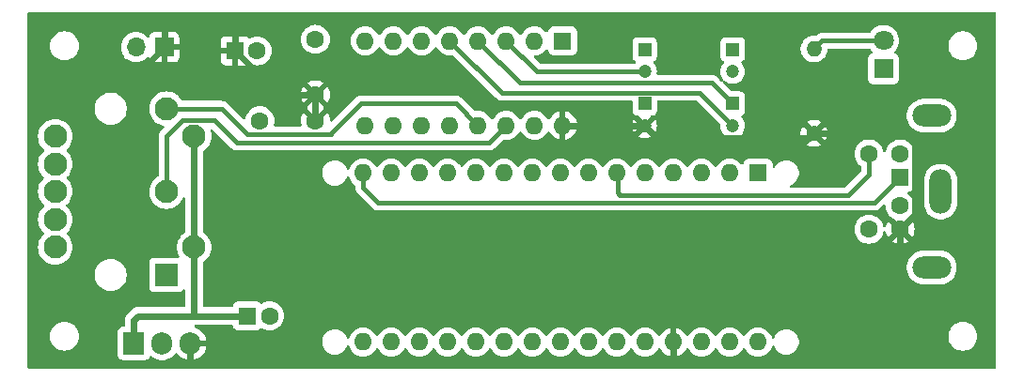
<source format=gbr>
%TF.GenerationSoftware,KiCad,Pcbnew,7.0.7*%
%TF.CreationDate,2024-03-20T00:35:15+00:00*%
%TF.ProjectId,TIMPS2Key,54494d50-5332-44b6-9579-2e6b69636164,rev?*%
%TF.SameCoordinates,Original*%
%TF.FileFunction,Copper,L1,Top*%
%TF.FilePolarity,Positive*%
%FSLAX46Y46*%
G04 Gerber Fmt 4.6, Leading zero omitted, Abs format (unit mm)*
G04 Created by KiCad (PCBNEW 7.0.7) date 2024-03-20 00:35:15*
%MOMM*%
%LPD*%
G01*
G04 APERTURE LIST*
%TA.AperFunction,ComponentPad*%
%ADD10R,1.905000X2.000000*%
%TD*%
%TA.AperFunction,ComponentPad*%
%ADD11O,1.905000X2.000000*%
%TD*%
%TA.AperFunction,ComponentPad*%
%ADD12R,1.600000X1.600000*%
%TD*%
%TA.AperFunction,ComponentPad*%
%ADD13O,1.600000X1.600000*%
%TD*%
%TA.AperFunction,ComponentPad*%
%ADD14C,1.400000*%
%TD*%
%TA.AperFunction,ComponentPad*%
%ADD15O,1.400000X1.400000*%
%TD*%
%TA.AperFunction,ComponentPad*%
%ADD16R,1.700000X1.700000*%
%TD*%
%TA.AperFunction,ComponentPad*%
%ADD17O,1.700000X1.700000*%
%TD*%
%TA.AperFunction,ComponentPad*%
%ADD18C,1.600000*%
%TD*%
%TA.AperFunction,ComponentPad*%
%ADD19O,3.500000X2.000000*%
%TD*%
%TA.AperFunction,ComponentPad*%
%ADD20O,2.000000X4.000000*%
%TD*%
%TA.AperFunction,ComponentPad*%
%ADD21R,2.100000X2.100000*%
%TD*%
%TA.AperFunction,ComponentPad*%
%ADD22C,2.100000*%
%TD*%
%TA.AperFunction,ComponentPad*%
%ADD23R,1.800000X1.800000*%
%TD*%
%TA.AperFunction,ComponentPad*%
%ADD24C,1.800000*%
%TD*%
%TA.AperFunction,ComponentPad*%
%ADD25R,1.200000X1.200000*%
%TD*%
%TA.AperFunction,ComponentPad*%
%ADD26C,1.200000*%
%TD*%
%TA.AperFunction,Conductor*%
%ADD27C,0.600000*%
%TD*%
%TA.AperFunction,Conductor*%
%ADD28C,0.400000*%
%TD*%
G04 APERTURE END LIST*
D10*
%TO.P,U3,1,VI*%
%TO.N,+12V*%
X90280000Y-76650000D03*
D11*
%TO.P,U3,2,GND*%
%TO.N,GND*%
X92820000Y-76650000D03*
%TO.P,U3,3,VO*%
%TO.N,+5V*%
X95360000Y-76650000D03*
%TD*%
D12*
%TO.P,U2,1,C1+*%
%TO.N,Net-(U2-C1+)*%
X128880000Y-49360000D03*
D13*
%TO.P,U2,2,VS+*%
%TO.N,Net-(U2-VS+)*%
X126340000Y-49360000D03*
%TO.P,U2,3,C1-*%
%TO.N,Net-(U2-C1-)*%
X123800000Y-49360000D03*
%TO.P,U2,4,C2+*%
%TO.N,Net-(U2-C2+)*%
X121260000Y-49360000D03*
%TO.P,U2,5,C2-*%
%TO.N,Net-(U2-C2-)*%
X118720000Y-49360000D03*
%TO.P,U2,6,VS-*%
%TO.N,Net-(U2-VS-)*%
X116180000Y-49360000D03*
%TO.P,U2,7,T2OUT*%
%TO.N,unconnected-(U2-T2OUT-Pad7)*%
X113640000Y-49360000D03*
%TO.P,U2,8,R2IN*%
%TO.N,GND*%
X111100000Y-49360000D03*
%TO.P,U2,9,R2OUT*%
%TO.N,unconnected-(U2-R2OUT-Pad9)*%
X111100000Y-56980000D03*
%TO.P,U2,10,T2IN*%
%TO.N,GND*%
X113640000Y-56980000D03*
%TO.P,U2,11,T1IN*%
%TO.N,Net-(U1-Pin_1)*%
X116180000Y-56980000D03*
%TO.P,U2,12,R1OUT*%
%TO.N,Net-(U1-Pin_2)*%
X118720000Y-56980000D03*
%TO.P,U2,13,R1IN*%
%TO.N,S_RX*%
X121260000Y-56980000D03*
%TO.P,U2,14,T1OUT*%
%TO.N,S_TX*%
X123800000Y-56980000D03*
%TO.P,U2,15,GND*%
%TO.N,GND*%
X126340000Y-56980000D03*
%TO.P,U2,16,VCC*%
%TO.N,+5V*%
X128880000Y-56980000D03*
%TD*%
D12*
%TO.P,U1,1,Pin_1*%
%TO.N,Net-(U1-Pin_1)*%
X146470000Y-61290000D03*
D13*
%TO.P,U1,2,Pin_2*%
%TO.N,Net-(U1-Pin_2)*%
X143930000Y-61290000D03*
%TO.P,U1,3,Pin_3*%
%TO.N,unconnected-(U1-Pin_3-Pad3)*%
X141390000Y-61290000D03*
%TO.P,U1,4,Pin_4*%
%TO.N,GND*%
X138850000Y-61290000D03*
%TO.P,U1,5,Pin_5*%
%TO.N,unconnected-(U1-Pin_5-Pad5)*%
X136310000Y-61290000D03*
%TO.P,U1,6,Pin_6*%
%TO.N,PS2-CLK*%
X133770000Y-61290000D03*
%TO.P,U1,7,Pin_7*%
%TO.N,unconnected-(U1-Pin_7-Pad7)*%
X131230000Y-61290000D03*
%TO.P,U1,8,Pin_8*%
%TO.N,unconnected-(U1-Pin_8-Pad8)*%
X128690000Y-61290000D03*
%TO.P,U1,9,Pin_9*%
%TO.N,unconnected-(U1-Pin_9-Pad9)*%
X126150000Y-61290000D03*
%TO.P,U1,10,Pin_10*%
%TO.N,unconnected-(U1-Pin_10-Pad10)*%
X123610000Y-61290000D03*
%TO.P,U1,11,Pin_11*%
%TO.N,unconnected-(U1-Pin_11-Pad11)*%
X121070000Y-61290000D03*
%TO.P,U1,12,Pin_12*%
%TO.N,unconnected-(U1-Pin_12-Pad12)*%
X118530000Y-61290000D03*
%TO.P,U1,13,Pin_13*%
%TO.N,unconnected-(U1-Pin_13-Pad13)*%
X115990000Y-61290000D03*
%TO.P,U1,14,Pin_14*%
%TO.N,unconnected-(U1-Pin_14-Pad14)*%
X113450000Y-61290000D03*
%TO.P,U1,15,Pin_15*%
%TO.N,PS2-DATA*%
X110910000Y-61290000D03*
%TO.P,U1,16,Pin_16*%
%TO.N,unconnected-(U1-Pin_16-Pad16)*%
X110910000Y-76530000D03*
%TO.P,U1,17,Pin_17*%
%TO.N,unconnected-(U1-Pin_17-Pad17)*%
X113450000Y-76530000D03*
%TO.P,U1,18,Pin_18*%
%TO.N,unconnected-(U1-Pin_18-Pad18)*%
X115990000Y-76530000D03*
%TO.P,U1,19,Pin_19*%
%TO.N,unconnected-(U1-Pin_19-Pad19)*%
X118530000Y-76530000D03*
%TO.P,U1,20,Pin_20*%
%TO.N,unconnected-(U1-Pin_20-Pad20)*%
X121070000Y-76530000D03*
%TO.P,U1,21,Pin_21*%
%TO.N,unconnected-(U1-Pin_21-Pad21)*%
X123610000Y-76530000D03*
%TO.P,U1,22,Pin_22*%
%TO.N,unconnected-(U1-Pin_22-Pad22)*%
X126150000Y-76530000D03*
%TO.P,U1,23,Pin_23*%
%TO.N,unconnected-(U1-Pin_23-Pad23)*%
X128690000Y-76530000D03*
%TO.P,U1,24,Pin_24*%
%TO.N,unconnected-(U1-Pin_24-Pad24)*%
X131230000Y-76530000D03*
%TO.P,U1,25,Pin_25*%
%TO.N,unconnected-(U1-Pin_25-Pad25)*%
X133770000Y-76530000D03*
%TO.P,U1,26,Pin_26*%
%TO.N,unconnected-(U1-Pin_26-Pad26)*%
X136310000Y-76530000D03*
%TO.P,U1,27,Pin_27*%
%TO.N,+5V*%
X138850000Y-76530000D03*
%TO.P,U1,28,Pin_28*%
%TO.N,unconnected-(U1-Pin_28-Pad28)*%
X141390000Y-76530000D03*
%TO.P,U1,29,Pin_29*%
%TO.N,GND*%
X143930000Y-76530000D03*
%TO.P,U1,30,Pin_30*%
%TO.N,unconnected-(U1-Pin_30-Pad30)*%
X146470000Y-76530000D03*
%TD*%
D14*
%TO.P,R1,1*%
%TO.N,+5V*%
X151510000Y-57700000D03*
D15*
%TO.P,R1,2*%
%TO.N,Net-(D1-A)*%
X151510000Y-50080000D03*
%TD*%
D16*
%TO.P,J3,1,Pin_1*%
%TO.N,+5V*%
X93000000Y-49930000D03*
D17*
%TO.P,J3,2,Pin_2*%
%TO.N,GND*%
X90460000Y-49930000D03*
%TD*%
D12*
%TO.P,J2,1*%
%TO.N,PS2-DATA*%
X159260000Y-61655000D03*
D18*
%TO.P,J2,2*%
%TO.N,unconnected-(J2-Pad2)*%
X159260000Y-64255000D03*
%TO.P,J2,3*%
%TO.N,GND*%
X159260000Y-59555000D03*
%TO.P,J2,4*%
%TO.N,+5V*%
X159260000Y-66355000D03*
%TO.P,J2,5*%
%TO.N,PS2-CLK*%
X156460000Y-59555000D03*
%TO.P,J2,6*%
%TO.N,unconnected-(J2-Pad6)*%
X156460000Y-66355000D03*
D19*
%TO.P,J2,7*%
%TO.N,GND*%
X162110000Y-69805000D03*
X162110000Y-56105000D03*
D20*
X162910000Y-62955000D03*
%TD*%
D21*
%TO.P,J1,1*%
%TO.N,GND*%
X93200000Y-70480000D03*
D22*
%TO.P,J1,2*%
%TO.N,S_TX*%
X93200000Y-62975000D03*
%TO.P,J1,3*%
%TO.N,S_RX*%
X93200000Y-55470000D03*
%TO.P,J1,4*%
%TO.N,+12V*%
X95690000Y-67980000D03*
%TO.P,J1,5*%
X95690000Y-57970000D03*
%TO.P,J1,G*%
%TO.N,GND*%
X83193200Y-67980000D03*
X83193200Y-65475000D03*
X83193200Y-62924200D03*
X83193200Y-60475000D03*
X83193200Y-57970000D03*
%TD*%
D23*
%TO.P,D1,1,K*%
%TO.N,GND*%
X157760000Y-51880000D03*
D24*
%TO.P,D1,2,A*%
%TO.N,Net-(D1-A)*%
X157760000Y-49340000D03*
%TD*%
D25*
%TO.P,C8,1*%
%TO.N,Net-(U2-C2+)*%
X144190000Y-55027401D03*
D26*
%TO.P,C8,2*%
%TO.N,Net-(U2-C2-)*%
X144190000Y-57027401D03*
%TD*%
D25*
%TO.P,C7,1*%
%TO.N,Net-(U2-C1+)*%
X136260000Y-50137401D03*
D26*
%TO.P,C7,2*%
%TO.N,Net-(U2-C1-)*%
X136260000Y-52137401D03*
%TD*%
D25*
%TO.P,C6,1*%
%TO.N,GND*%
X144190000Y-50137401D03*
D26*
%TO.P,C6,2*%
%TO.N,Net-(U2-VS-)*%
X144190000Y-52137401D03*
%TD*%
D25*
%TO.P,C5,1*%
%TO.N,Net-(U2-VS+)*%
X136260000Y-55027401D03*
D26*
%TO.P,C5,2*%
%TO.N,+5V*%
X136260000Y-57027401D03*
%TD*%
D18*
%TO.P,C4,1*%
%TO.N,GND*%
X101610000Y-56570000D03*
%TO.P,C4,2*%
%TO.N,+5V*%
X106610000Y-56570000D03*
%TD*%
D12*
%TO.P,C3,1*%
%TO.N,+12V*%
X100490000Y-74170000D03*
D18*
%TO.P,C3,2*%
%TO.N,GND*%
X102490000Y-74170000D03*
%TD*%
%TO.P,C2,1*%
%TO.N,GND*%
X106610000Y-49220000D03*
%TO.P,C2,2*%
%TO.N,+5V*%
X106610000Y-54220000D03*
%TD*%
D12*
%TO.P,C1,1*%
%TO.N,+5V*%
X99370000Y-50260000D03*
D18*
%TO.P,C1,2*%
%TO.N,GND*%
X101370000Y-50260000D03*
%TD*%
D27*
%TO.N,+12V*%
X95780000Y-74170000D02*
X90650000Y-74170000D01*
X100490000Y-74170000D02*
X95780000Y-74170000D01*
X95690000Y-67980000D02*
X95690000Y-74080000D01*
X95690000Y-74080000D02*
X95780000Y-74170000D01*
X90280000Y-74540000D02*
X90280000Y-76650000D01*
X90650000Y-74170000D02*
X90280000Y-74540000D01*
%TO.N,+5V*%
X95360000Y-78420000D02*
X95570000Y-78630000D01*
X95360000Y-76650000D02*
X95360000Y-78420000D01*
X88230000Y-78630000D02*
X95570000Y-78630000D01*
X95570000Y-78630000D02*
X138890000Y-78630000D01*
X87990000Y-76800000D02*
X87990000Y-78390000D01*
X87990000Y-78390000D02*
X88230000Y-78630000D01*
X81010000Y-69820000D02*
X87990000Y-76800000D01*
X89802197Y-53127803D02*
X82302197Y-53127803D01*
X82302197Y-53127803D02*
X81010000Y-54420000D01*
X93000000Y-49930000D02*
X89802197Y-53127803D01*
X81010000Y-54420000D02*
X81010000Y-69820000D01*
D28*
%TO.N,PS2-DATA*%
X156945000Y-63970000D02*
X159260000Y-61655000D01*
X112260000Y-63970000D02*
X156945000Y-63970000D01*
X110910000Y-62620000D02*
X112260000Y-63970000D01*
X110910000Y-61290000D02*
X110910000Y-62620000D01*
%TO.N,PS2-CLK*%
X134050000Y-63290000D02*
X133800000Y-63040000D01*
X133800000Y-63040000D02*
X133800000Y-61320000D01*
X154570000Y-63290000D02*
X134050000Y-63290000D01*
X133800000Y-61320000D02*
X133770000Y-61290000D01*
X156460000Y-61400000D02*
X154570000Y-63290000D01*
X156460000Y-59555000D02*
X156460000Y-61400000D01*
D27*
%TO.N,+5V*%
X138850000Y-78590000D02*
X138890000Y-78630000D01*
X138890000Y-78630000D02*
X156330000Y-78630000D01*
X138850000Y-76530000D02*
X138850000Y-78590000D01*
D28*
%TO.N,Net-(D1-A)*%
X152250000Y-49340000D02*
X151510000Y-50080000D01*
X157760000Y-49340000D02*
X152250000Y-49340000D01*
D27*
%TO.N,+5V*%
X144410000Y-47050000D02*
X99440000Y-47050000D01*
X147030000Y-49670000D02*
X144410000Y-47050000D01*
X147030000Y-53220000D02*
X147030000Y-49670000D01*
X151510000Y-57700000D02*
X147030000Y-53220000D01*
D28*
%TO.N,S_TX*%
X97530000Y-56520000D02*
X99560000Y-58550000D01*
X122230000Y-58550000D02*
X123800000Y-56980000D01*
X94640000Y-56520000D02*
X97530000Y-56520000D01*
X93200000Y-57960000D02*
X94640000Y-56520000D01*
X93200000Y-62975000D02*
X93200000Y-57960000D01*
X99560000Y-58550000D02*
X122230000Y-58550000D01*
%TO.N,S_RX*%
X119290000Y-55010000D02*
X121260000Y-56980000D01*
X108020000Y-57770000D02*
X108020000Y-57700000D01*
X108020000Y-57700000D02*
X110710000Y-55010000D01*
X100470000Y-57770000D02*
X108020000Y-57770000D01*
X110710000Y-55010000D02*
X119290000Y-55010000D01*
X98170000Y-55470000D02*
X100470000Y-57770000D01*
X93200000Y-55470000D02*
X98170000Y-55470000D01*
%TO.N,Net-(U2-C2-)*%
X141190000Y-54027401D02*
X144190000Y-57027401D01*
X123387401Y-54027401D02*
X141190000Y-54027401D01*
X118720000Y-49360000D02*
X123387401Y-54027401D01*
%TO.N,Net-(U2-C2+)*%
X125037401Y-53137401D02*
X142300000Y-53137401D01*
X121260000Y-49360000D02*
X125037401Y-53137401D01*
X142300000Y-53137401D02*
X144190000Y-55027401D01*
%TO.N,Net-(U2-C1-)*%
X126577401Y-52137401D02*
X136260000Y-52137401D01*
X123800000Y-49360000D02*
X126577401Y-52137401D01*
D27*
%TO.N,+5V*%
X136260000Y-57027401D02*
X137360000Y-58127401D01*
X137360000Y-58127401D02*
X151082599Y-58127401D01*
X151082599Y-58127401D02*
X151510000Y-57700000D01*
X128880000Y-56980000D02*
X136212599Y-56980000D01*
X136212599Y-56980000D02*
X136260000Y-57027401D01*
X106610000Y-54220000D02*
X106610000Y-56570000D01*
X103330000Y-54220000D02*
X106610000Y-54220000D01*
X99370000Y-50260000D02*
X103330000Y-54220000D01*
X99370000Y-47120000D02*
X99440000Y-47050000D01*
X99370000Y-50260000D02*
X99370000Y-47120000D01*
X99440000Y-47050000D02*
X93260000Y-47050000D01*
X93000000Y-47310000D02*
X93000000Y-49930000D01*
X93260000Y-47050000D02*
X93000000Y-47310000D01*
X159990000Y-57700000D02*
X151510000Y-57700000D01*
X160560000Y-65055000D02*
X160560000Y-58270000D01*
X160560000Y-58270000D02*
X159990000Y-57700000D01*
X159260000Y-66355000D02*
X160560000Y-65055000D01*
X156330000Y-78630000D02*
X159260000Y-75700000D01*
X159260000Y-75700000D02*
X159260000Y-66355000D01*
%TO.N,+12V*%
X95690000Y-57970000D02*
X95690000Y-67980000D01*
%TD*%
%TA.AperFunction,Conductor*%
%TO.N,+5V*%
G36*
X167842539Y-46770185D02*
G01*
X167888294Y-46822989D01*
X167899500Y-46874500D01*
X167899500Y-78805500D01*
X167879815Y-78872539D01*
X167827011Y-78918294D01*
X167775500Y-78929500D01*
X80834500Y-78929500D01*
X80767461Y-78909815D01*
X80721706Y-78857011D01*
X80710500Y-78805500D01*
X80710500Y-77697870D01*
X88827000Y-77697870D01*
X88827001Y-77697876D01*
X88833408Y-77757483D01*
X88883702Y-77892328D01*
X88883706Y-77892335D01*
X88969952Y-78007544D01*
X88969955Y-78007547D01*
X89085164Y-78093793D01*
X89085171Y-78093797D01*
X89220017Y-78144091D01*
X89220016Y-78144091D01*
X89226944Y-78144835D01*
X89279627Y-78150500D01*
X91280372Y-78150499D01*
X91339983Y-78144091D01*
X91474831Y-78093796D01*
X91590046Y-78007546D01*
X91676296Y-77892331D01*
X91687725Y-77861687D01*
X91729594Y-77805755D01*
X91795058Y-77781336D01*
X91863331Y-77796186D01*
X91880069Y-77807167D01*
X92022552Y-77918066D01*
X92022558Y-77918070D01*
X92022561Y-77918072D01*
X92187891Y-78007544D01*
X92233478Y-78032215D01*
X92234336Y-78032679D01*
X92352598Y-78073278D01*
X92462083Y-78110865D01*
X92462085Y-78110865D01*
X92462087Y-78110866D01*
X92699601Y-78150500D01*
X92699602Y-78150500D01*
X92940398Y-78150500D01*
X92940399Y-78150500D01*
X93177913Y-78110866D01*
X93405664Y-78032679D01*
X93617439Y-77918072D01*
X93807463Y-77770171D01*
X93970551Y-77593010D01*
X93986489Y-77568613D01*
X94039631Y-77523258D01*
X94108862Y-77513831D01*
X94172199Y-77543330D01*
X94194106Y-77568611D01*
X94209847Y-77592704D01*
X94209851Y-77592710D01*
X94372873Y-77769797D01*
X94372883Y-77769806D01*
X94562831Y-77917649D01*
X94562840Y-77917655D01*
X94774531Y-78032215D01*
X94774545Y-78032221D01*
X95002207Y-78110379D01*
X95110000Y-78128366D01*
X95110000Y-77314652D01*
X95129685Y-77247613D01*
X95182489Y-77201858D01*
X95251647Y-77191914D01*
X95267447Y-77195248D01*
X95284404Y-77200000D01*
X95284406Y-77200000D01*
X95397622Y-77200000D01*
X95469116Y-77190173D01*
X95538210Y-77200545D01*
X95590729Y-77246627D01*
X95610000Y-77313018D01*
X95610000Y-78128365D01*
X95717792Y-78110379D01*
X95945454Y-78032221D01*
X95945468Y-78032215D01*
X96157159Y-77917655D01*
X96157168Y-77917649D01*
X96347116Y-77769806D01*
X96347126Y-77769797D01*
X96510148Y-77592710D01*
X96510156Y-77592699D01*
X96641813Y-77391184D01*
X96738508Y-77170740D01*
X96797599Y-76937395D01*
X96797599Y-76937394D01*
X96800697Y-76900000D01*
X96026956Y-76900000D01*
X95959917Y-76880315D01*
X95914162Y-76827511D01*
X95903245Y-76767537D01*
X95903987Y-76756692D01*
X95912265Y-76635683D01*
X107229500Y-76635683D01*
X107268338Y-76843450D01*
X107268339Y-76843452D01*
X107344690Y-77040539D01*
X107344691Y-77040540D01*
X107344692Y-77040542D01*
X107443424Y-77200000D01*
X107455963Y-77220250D01*
X107598355Y-77376448D01*
X107598358Y-77376450D01*
X107767032Y-77503827D01*
X107846365Y-77543330D01*
X107956237Y-77598040D01*
X107956243Y-77598043D01*
X108130011Y-77647483D01*
X108159536Y-77655884D01*
X108317271Y-77670500D01*
X108317275Y-77670500D01*
X108422725Y-77670500D01*
X108422729Y-77670500D01*
X108580464Y-77655884D01*
X108667350Y-77631162D01*
X108783756Y-77598043D01*
X108783758Y-77598041D01*
X108783761Y-77598041D01*
X108972968Y-77503827D01*
X109141642Y-77376450D01*
X109284038Y-77220249D01*
X109395308Y-77040542D01*
X109438529Y-76928974D01*
X109481102Y-76873574D01*
X109546869Y-76849983D01*
X109614949Y-76865694D01*
X109663728Y-76915718D01*
X109673931Y-76941676D01*
X109683258Y-76976488D01*
X109683261Y-76976497D01*
X109779431Y-77182732D01*
X109779432Y-77182734D01*
X109909954Y-77369141D01*
X110070858Y-77530045D01*
X110070861Y-77530047D01*
X110257266Y-77660568D01*
X110463504Y-77756739D01*
X110463509Y-77756740D01*
X110463511Y-77756741D01*
X110512237Y-77769797D01*
X110683308Y-77815635D01*
X110845230Y-77829801D01*
X110909998Y-77835468D01*
X110910000Y-77835468D01*
X110910002Y-77835468D01*
X110966672Y-77830509D01*
X111136692Y-77815635D01*
X111356496Y-77756739D01*
X111562734Y-77660568D01*
X111749139Y-77530047D01*
X111910047Y-77369139D01*
X112040568Y-77182734D01*
X112067618Y-77124724D01*
X112113790Y-77072285D01*
X112180983Y-77053133D01*
X112247865Y-77073348D01*
X112292382Y-77124725D01*
X112319429Y-77182728D01*
X112319432Y-77182734D01*
X112449954Y-77369141D01*
X112610858Y-77530045D01*
X112610861Y-77530047D01*
X112797266Y-77660568D01*
X113003504Y-77756739D01*
X113003509Y-77756740D01*
X113003511Y-77756741D01*
X113052237Y-77769797D01*
X113223308Y-77815635D01*
X113385230Y-77829801D01*
X113449998Y-77835468D01*
X113450000Y-77835468D01*
X113450002Y-77835468D01*
X113506673Y-77830509D01*
X113676692Y-77815635D01*
X113896496Y-77756739D01*
X114102734Y-77660568D01*
X114289139Y-77530047D01*
X114450047Y-77369139D01*
X114580568Y-77182734D01*
X114607618Y-77124724D01*
X114653790Y-77072285D01*
X114720983Y-77053133D01*
X114787865Y-77073348D01*
X114832382Y-77124725D01*
X114859429Y-77182728D01*
X114859432Y-77182734D01*
X114989954Y-77369141D01*
X115150858Y-77530045D01*
X115150861Y-77530047D01*
X115337266Y-77660568D01*
X115543504Y-77756739D01*
X115543509Y-77756740D01*
X115543511Y-77756741D01*
X115592237Y-77769797D01*
X115763308Y-77815635D01*
X115925230Y-77829801D01*
X115989998Y-77835468D01*
X115990000Y-77835468D01*
X115990002Y-77835468D01*
X116046672Y-77830509D01*
X116216692Y-77815635D01*
X116436496Y-77756739D01*
X116642734Y-77660568D01*
X116829139Y-77530047D01*
X116990047Y-77369139D01*
X117120568Y-77182734D01*
X117147619Y-77124721D01*
X117193788Y-77072286D01*
X117260981Y-77053133D01*
X117327862Y-77073348D01*
X117372380Y-77124722D01*
X117399432Y-77182734D01*
X117412823Y-77201858D01*
X117529954Y-77369141D01*
X117690858Y-77530045D01*
X117690861Y-77530047D01*
X117877266Y-77660568D01*
X118083504Y-77756739D01*
X118083509Y-77756740D01*
X118083511Y-77756741D01*
X118132237Y-77769797D01*
X118303308Y-77815635D01*
X118465230Y-77829801D01*
X118529998Y-77835468D01*
X118530000Y-77835468D01*
X118530002Y-77835468D01*
X118586673Y-77830509D01*
X118756692Y-77815635D01*
X118976496Y-77756739D01*
X119182734Y-77660568D01*
X119369139Y-77530047D01*
X119530047Y-77369139D01*
X119660568Y-77182734D01*
X119687619Y-77124721D01*
X119733788Y-77072286D01*
X119800981Y-77053133D01*
X119867862Y-77073348D01*
X119912380Y-77124722D01*
X119939432Y-77182734D01*
X119952823Y-77201858D01*
X120069954Y-77369141D01*
X120230858Y-77530045D01*
X120230861Y-77530047D01*
X120417266Y-77660568D01*
X120623504Y-77756739D01*
X120623509Y-77756740D01*
X120623511Y-77756741D01*
X120672237Y-77769797D01*
X120843308Y-77815635D01*
X121005230Y-77829801D01*
X121069998Y-77835468D01*
X121070000Y-77835468D01*
X121070002Y-77835468D01*
X121126672Y-77830509D01*
X121296692Y-77815635D01*
X121516496Y-77756739D01*
X121722734Y-77660568D01*
X121909139Y-77530047D01*
X122070047Y-77369139D01*
X122200568Y-77182734D01*
X122227618Y-77124724D01*
X122273790Y-77072285D01*
X122340983Y-77053133D01*
X122407865Y-77073348D01*
X122452382Y-77124725D01*
X122479429Y-77182728D01*
X122479432Y-77182734D01*
X122609954Y-77369141D01*
X122770858Y-77530045D01*
X122770861Y-77530047D01*
X122957266Y-77660568D01*
X123163504Y-77756739D01*
X123163509Y-77756740D01*
X123163511Y-77756741D01*
X123212237Y-77769797D01*
X123383308Y-77815635D01*
X123545230Y-77829801D01*
X123609998Y-77835468D01*
X123610000Y-77835468D01*
X123610002Y-77835468D01*
X123666672Y-77830509D01*
X123836692Y-77815635D01*
X124056496Y-77756739D01*
X124262734Y-77660568D01*
X124449139Y-77530047D01*
X124610047Y-77369139D01*
X124740568Y-77182734D01*
X124767618Y-77124724D01*
X124813790Y-77072285D01*
X124880983Y-77053133D01*
X124947865Y-77073348D01*
X124992382Y-77124725D01*
X125019429Y-77182728D01*
X125019432Y-77182734D01*
X125149954Y-77369141D01*
X125310858Y-77530045D01*
X125310861Y-77530047D01*
X125497266Y-77660568D01*
X125703504Y-77756739D01*
X125703509Y-77756740D01*
X125703511Y-77756741D01*
X125752237Y-77769797D01*
X125923308Y-77815635D01*
X126085230Y-77829801D01*
X126149998Y-77835468D01*
X126150000Y-77835468D01*
X126150002Y-77835468D01*
X126206672Y-77830509D01*
X126376692Y-77815635D01*
X126596496Y-77756739D01*
X126802734Y-77660568D01*
X126989139Y-77530047D01*
X127150047Y-77369139D01*
X127280568Y-77182734D01*
X127307618Y-77124724D01*
X127353790Y-77072285D01*
X127420983Y-77053133D01*
X127487865Y-77073348D01*
X127532382Y-77124725D01*
X127559429Y-77182728D01*
X127559432Y-77182734D01*
X127689954Y-77369141D01*
X127850858Y-77530045D01*
X127850861Y-77530047D01*
X128037266Y-77660568D01*
X128243504Y-77756739D01*
X128243509Y-77756740D01*
X128243511Y-77756741D01*
X128292237Y-77769797D01*
X128463308Y-77815635D01*
X128625230Y-77829801D01*
X128689998Y-77835468D01*
X128690000Y-77835468D01*
X128690002Y-77835468D01*
X128746673Y-77830509D01*
X128916692Y-77815635D01*
X129136496Y-77756739D01*
X129342734Y-77660568D01*
X129529139Y-77530047D01*
X129690047Y-77369139D01*
X129820568Y-77182734D01*
X129847618Y-77124724D01*
X129893790Y-77072285D01*
X129960983Y-77053133D01*
X130027865Y-77073348D01*
X130072382Y-77124725D01*
X130099429Y-77182728D01*
X130099432Y-77182734D01*
X130229954Y-77369141D01*
X130390858Y-77530045D01*
X130390861Y-77530047D01*
X130577266Y-77660568D01*
X130783504Y-77756739D01*
X130783509Y-77756740D01*
X130783511Y-77756741D01*
X130832237Y-77769797D01*
X131003308Y-77815635D01*
X131165230Y-77829801D01*
X131229998Y-77835468D01*
X131230000Y-77835468D01*
X131230002Y-77835468D01*
X131286672Y-77830509D01*
X131456692Y-77815635D01*
X131676496Y-77756739D01*
X131882734Y-77660568D01*
X132069139Y-77530047D01*
X132230047Y-77369139D01*
X132360568Y-77182734D01*
X132387618Y-77124724D01*
X132433790Y-77072285D01*
X132500983Y-77053133D01*
X132567865Y-77073348D01*
X132612382Y-77124725D01*
X132639429Y-77182728D01*
X132639432Y-77182734D01*
X132769954Y-77369141D01*
X132930858Y-77530045D01*
X132930861Y-77530047D01*
X133117266Y-77660568D01*
X133323504Y-77756739D01*
X133323509Y-77756740D01*
X133323511Y-77756741D01*
X133372237Y-77769797D01*
X133543308Y-77815635D01*
X133705230Y-77829801D01*
X133769998Y-77835468D01*
X133770000Y-77835468D01*
X133770002Y-77835468D01*
X133826673Y-77830509D01*
X133996692Y-77815635D01*
X134216496Y-77756739D01*
X134422734Y-77660568D01*
X134609139Y-77530047D01*
X134770047Y-77369139D01*
X134900568Y-77182734D01*
X134927618Y-77124724D01*
X134973790Y-77072285D01*
X135040983Y-77053133D01*
X135107865Y-77073348D01*
X135152382Y-77124725D01*
X135179429Y-77182728D01*
X135179432Y-77182734D01*
X135309954Y-77369141D01*
X135470858Y-77530045D01*
X135470861Y-77530047D01*
X135657266Y-77660568D01*
X135863504Y-77756739D01*
X135863509Y-77756740D01*
X135863511Y-77756741D01*
X135912237Y-77769797D01*
X136083308Y-77815635D01*
X136245230Y-77829801D01*
X136309998Y-77835468D01*
X136310000Y-77835468D01*
X136310002Y-77835468D01*
X136366673Y-77830509D01*
X136536692Y-77815635D01*
X136756496Y-77756739D01*
X136962734Y-77660568D01*
X137149139Y-77530047D01*
X137310047Y-77369139D01*
X137440568Y-77182734D01*
X137467895Y-77124129D01*
X137514064Y-77071695D01*
X137581257Y-77052542D01*
X137648139Y-77072757D01*
X137692657Y-77124133D01*
X137719865Y-77182482D01*
X137850342Y-77368820D01*
X138011179Y-77529657D01*
X138197517Y-77660134D01*
X138403673Y-77756265D01*
X138403682Y-77756269D01*
X138599999Y-77808872D01*
X138600000Y-77808871D01*
X138600000Y-77142301D01*
X138619685Y-77075262D01*
X138672489Y-77029507D01*
X138741647Y-77019563D01*
X138814237Y-77030000D01*
X138814238Y-77030000D01*
X138885762Y-77030000D01*
X138885763Y-77030000D01*
X138958353Y-77019563D01*
X139027512Y-77029507D01*
X139080315Y-77075262D01*
X139100000Y-77142301D01*
X139100000Y-77808872D01*
X139296317Y-77756269D01*
X139296326Y-77756265D01*
X139502482Y-77660134D01*
X139688820Y-77529657D01*
X139849657Y-77368820D01*
X139980132Y-77182484D01*
X140007341Y-77124134D01*
X140053513Y-77071695D01*
X140120707Y-77052542D01*
X140187588Y-77072757D01*
X140232105Y-77124132D01*
X140239769Y-77140567D01*
X140259431Y-77182732D01*
X140259432Y-77182734D01*
X140389954Y-77369141D01*
X140550858Y-77530045D01*
X140550861Y-77530047D01*
X140737266Y-77660568D01*
X140943504Y-77756739D01*
X140943509Y-77756740D01*
X140943511Y-77756741D01*
X140992237Y-77769797D01*
X141163308Y-77815635D01*
X141325230Y-77829801D01*
X141389998Y-77835468D01*
X141390000Y-77835468D01*
X141390002Y-77835468D01*
X141446672Y-77830509D01*
X141616692Y-77815635D01*
X141836496Y-77756739D01*
X142042734Y-77660568D01*
X142229139Y-77530047D01*
X142390047Y-77369139D01*
X142520568Y-77182734D01*
X142547618Y-77124724D01*
X142593790Y-77072285D01*
X142660983Y-77053133D01*
X142727865Y-77073348D01*
X142772382Y-77124725D01*
X142799429Y-77182728D01*
X142799432Y-77182734D01*
X142929954Y-77369141D01*
X143090858Y-77530045D01*
X143090861Y-77530047D01*
X143277266Y-77660568D01*
X143483504Y-77756739D01*
X143483509Y-77756740D01*
X143483511Y-77756741D01*
X143532237Y-77769797D01*
X143703308Y-77815635D01*
X143865230Y-77829801D01*
X143929998Y-77835468D01*
X143930000Y-77835468D01*
X143930002Y-77835468D01*
X143986673Y-77830509D01*
X144156692Y-77815635D01*
X144376496Y-77756739D01*
X144582734Y-77660568D01*
X144769139Y-77530047D01*
X144930047Y-77369139D01*
X145060568Y-77182734D01*
X145087618Y-77124724D01*
X145133790Y-77072285D01*
X145200983Y-77053133D01*
X145267865Y-77073348D01*
X145312382Y-77124725D01*
X145339429Y-77182728D01*
X145339432Y-77182734D01*
X145469954Y-77369141D01*
X145630858Y-77530045D01*
X145630861Y-77530047D01*
X145817266Y-77660568D01*
X146023504Y-77756739D01*
X146023509Y-77756740D01*
X146023511Y-77756741D01*
X146072237Y-77769797D01*
X146243308Y-77815635D01*
X146405230Y-77829801D01*
X146469998Y-77835468D01*
X146470000Y-77835468D01*
X146470002Y-77835468D01*
X146526672Y-77830509D01*
X146696692Y-77815635D01*
X146916496Y-77756739D01*
X147122734Y-77660568D01*
X147309139Y-77530047D01*
X147470047Y-77369139D01*
X147600568Y-77182734D01*
X147696739Y-76976496D01*
X147706069Y-76941675D01*
X147742430Y-76882018D01*
X147805276Y-76851487D01*
X147874652Y-76859779D01*
X147928531Y-76904263D01*
X147941469Y-76928974D01*
X147984688Y-77040533D01*
X147984691Y-77040539D01*
X147984692Y-77040542D01*
X148083424Y-77200000D01*
X148095963Y-77220250D01*
X148238355Y-77376448D01*
X148238358Y-77376450D01*
X148407032Y-77503827D01*
X148486365Y-77543330D01*
X148596237Y-77598040D01*
X148596243Y-77598043D01*
X148770011Y-77647483D01*
X148799536Y-77655884D01*
X148957271Y-77670500D01*
X148957275Y-77670500D01*
X149062725Y-77670500D01*
X149062729Y-77670500D01*
X149220464Y-77655884D01*
X149307350Y-77631162D01*
X149423756Y-77598043D01*
X149423758Y-77598041D01*
X149423761Y-77598041D01*
X149612968Y-77503827D01*
X149781642Y-77376450D01*
X149924038Y-77220249D01*
X150035308Y-77040542D01*
X150111662Y-76843450D01*
X150150500Y-76635683D01*
X150150500Y-76424317D01*
X150111662Y-76216550D01*
X150035308Y-76019458D01*
X150029452Y-76010001D01*
X163604532Y-76010001D01*
X163624364Y-76236686D01*
X163624366Y-76236697D01*
X163683258Y-76456488D01*
X163683261Y-76456497D01*
X163779431Y-76662732D01*
X163779432Y-76662734D01*
X163909954Y-76849141D01*
X164070858Y-77010045D01*
X164070861Y-77010047D01*
X164257266Y-77140568D01*
X164463504Y-77236739D01*
X164463509Y-77236740D01*
X164463511Y-77236741D01*
X164516415Y-77250916D01*
X164683308Y-77295635D01*
X164853216Y-77310500D01*
X164966784Y-77310500D01*
X165136692Y-77295635D01*
X165356496Y-77236739D01*
X165562734Y-77140568D01*
X165749139Y-77010047D01*
X165910047Y-76849139D01*
X166040568Y-76662734D01*
X166136739Y-76456496D01*
X166195635Y-76236692D01*
X166214640Y-76019460D01*
X166215468Y-76010001D01*
X166215468Y-76009998D01*
X166195635Y-75783313D01*
X166195635Y-75783308D01*
X166136739Y-75563504D01*
X166040568Y-75357266D01*
X165910047Y-75170861D01*
X165910045Y-75170858D01*
X165749141Y-75009954D01*
X165562734Y-74879432D01*
X165562732Y-74879431D01*
X165356497Y-74783261D01*
X165356488Y-74783258D01*
X165136697Y-74724366D01*
X165136687Y-74724364D01*
X164966784Y-74709500D01*
X164853216Y-74709500D01*
X164683312Y-74724364D01*
X164683302Y-74724366D01*
X164463511Y-74783258D01*
X164463502Y-74783261D01*
X164257267Y-74879431D01*
X164257265Y-74879432D01*
X164070858Y-75009954D01*
X163909954Y-75170858D01*
X163779432Y-75357265D01*
X163779431Y-75357267D01*
X163683261Y-75563502D01*
X163683258Y-75563511D01*
X163624366Y-75783302D01*
X163624364Y-75783313D01*
X163604532Y-76009998D01*
X163604532Y-76010001D01*
X150029452Y-76010001D01*
X149924038Y-75839751D01*
X149872588Y-75783313D01*
X149781644Y-75683551D01*
X149612968Y-75556173D01*
X149423762Y-75461959D01*
X149423756Y-75461956D01*
X149220466Y-75404116D01*
X149220463Y-75404115D01*
X149108472Y-75393738D01*
X149062729Y-75389500D01*
X148957271Y-75389500D01*
X148914619Y-75393452D01*
X148799536Y-75404115D01*
X148799533Y-75404116D01*
X148596243Y-75461956D01*
X148596237Y-75461959D01*
X148407031Y-75556173D01*
X148238355Y-75683551D01*
X148095963Y-75839749D01*
X147984691Y-76019459D01*
X147984687Y-76019466D01*
X147941469Y-76131025D01*
X147898896Y-76186426D01*
X147833129Y-76210016D01*
X147765049Y-76194304D01*
X147716270Y-76144280D01*
X147706069Y-76118326D01*
X147696739Y-76083504D01*
X147600568Y-75877266D01*
X147470047Y-75690861D01*
X147470045Y-75690858D01*
X147309141Y-75529954D01*
X147122734Y-75399432D01*
X147122732Y-75399431D01*
X146916497Y-75303261D01*
X146916488Y-75303258D01*
X146696697Y-75244366D01*
X146696693Y-75244365D01*
X146696692Y-75244365D01*
X146696691Y-75244364D01*
X146696686Y-75244364D01*
X146470002Y-75224532D01*
X146469998Y-75224532D01*
X146243313Y-75244364D01*
X146243302Y-75244366D01*
X146023511Y-75303258D01*
X146023502Y-75303261D01*
X145817267Y-75399431D01*
X145817265Y-75399432D01*
X145630858Y-75529954D01*
X145469954Y-75690858D01*
X145339432Y-75877265D01*
X145339431Y-75877267D01*
X145312382Y-75935275D01*
X145266209Y-75987714D01*
X145199016Y-76006866D01*
X145132135Y-75986650D01*
X145087618Y-75935275D01*
X145079422Y-75917698D01*
X145060568Y-75877266D01*
X144930047Y-75690861D01*
X144930045Y-75690858D01*
X144769141Y-75529954D01*
X144582734Y-75399432D01*
X144582732Y-75399431D01*
X144376497Y-75303261D01*
X144376488Y-75303258D01*
X144156697Y-75244366D01*
X144156693Y-75244365D01*
X144156692Y-75244365D01*
X144156691Y-75244364D01*
X144156686Y-75244364D01*
X143930002Y-75224532D01*
X143929998Y-75224532D01*
X143703313Y-75244364D01*
X143703302Y-75244366D01*
X143483511Y-75303258D01*
X143483502Y-75303261D01*
X143277267Y-75399431D01*
X143277265Y-75399432D01*
X143090858Y-75529954D01*
X142929954Y-75690858D01*
X142799432Y-75877265D01*
X142799431Y-75877267D01*
X142772382Y-75935275D01*
X142726209Y-75987714D01*
X142659016Y-76006866D01*
X142592135Y-75986650D01*
X142547618Y-75935275D01*
X142539422Y-75917698D01*
X142520568Y-75877266D01*
X142390047Y-75690861D01*
X142390045Y-75690858D01*
X142229141Y-75529954D01*
X142042734Y-75399432D01*
X142042732Y-75399431D01*
X141836497Y-75303261D01*
X141836488Y-75303258D01*
X141616697Y-75244366D01*
X141616693Y-75244365D01*
X141616692Y-75244365D01*
X141616691Y-75244364D01*
X141616686Y-75244364D01*
X141390002Y-75224532D01*
X141389998Y-75224532D01*
X141163313Y-75244364D01*
X141163302Y-75244366D01*
X140943511Y-75303258D01*
X140943502Y-75303261D01*
X140737267Y-75399431D01*
X140737265Y-75399432D01*
X140550858Y-75529954D01*
X140389954Y-75690858D01*
X140285701Y-75839749D01*
X140259432Y-75877266D01*
X140232383Y-75935274D01*
X140232106Y-75935867D01*
X140185933Y-75988306D01*
X140118739Y-76007457D01*
X140051858Y-75987241D01*
X140007342Y-75935865D01*
X139980135Y-75877520D01*
X139980134Y-75877518D01*
X139849657Y-75691179D01*
X139688820Y-75530342D01*
X139502482Y-75399865D01*
X139296328Y-75303734D01*
X139100000Y-75251127D01*
X139100000Y-75917698D01*
X139080315Y-75984737D01*
X139027511Y-76030492D01*
X138958355Y-76040436D01*
X138885766Y-76030000D01*
X138885763Y-76030000D01*
X138814237Y-76030000D01*
X138814233Y-76030000D01*
X138741645Y-76040436D01*
X138672487Y-76030492D01*
X138619684Y-75984736D01*
X138600000Y-75917698D01*
X138600000Y-75251127D01*
X138403671Y-75303734D01*
X138197517Y-75399865D01*
X138011179Y-75530342D01*
X137850342Y-75691179D01*
X137719867Y-75877515D01*
X137692657Y-75935867D01*
X137646484Y-75988306D01*
X137579290Y-76007457D01*
X137512409Y-75987241D01*
X137467893Y-75935865D01*
X137467617Y-75935274D01*
X137440568Y-75877266D01*
X137310047Y-75690861D01*
X137310045Y-75690858D01*
X137149141Y-75529954D01*
X136962734Y-75399432D01*
X136962732Y-75399431D01*
X136756497Y-75303261D01*
X136756488Y-75303258D01*
X136536697Y-75244366D01*
X136536693Y-75244365D01*
X136536692Y-75244365D01*
X136536691Y-75244364D01*
X136536686Y-75244364D01*
X136310002Y-75224532D01*
X136309998Y-75224532D01*
X136083313Y-75244364D01*
X136083302Y-75244366D01*
X135863511Y-75303258D01*
X135863502Y-75303261D01*
X135657267Y-75399431D01*
X135657265Y-75399432D01*
X135470858Y-75529954D01*
X135309954Y-75690858D01*
X135179432Y-75877265D01*
X135179431Y-75877267D01*
X135152382Y-75935275D01*
X135106209Y-75987714D01*
X135039016Y-76006866D01*
X134972135Y-75986650D01*
X134927618Y-75935275D01*
X134919422Y-75917698D01*
X134900568Y-75877266D01*
X134770047Y-75690861D01*
X134770045Y-75690858D01*
X134609141Y-75529954D01*
X134422734Y-75399432D01*
X134422732Y-75399431D01*
X134216497Y-75303261D01*
X134216488Y-75303258D01*
X133996697Y-75244366D01*
X133996693Y-75244365D01*
X133996692Y-75244365D01*
X133996691Y-75244364D01*
X133996686Y-75244364D01*
X133770002Y-75224532D01*
X133769998Y-75224532D01*
X133543313Y-75244364D01*
X133543302Y-75244366D01*
X133323511Y-75303258D01*
X133323502Y-75303261D01*
X133117267Y-75399431D01*
X133117265Y-75399432D01*
X132930858Y-75529954D01*
X132769954Y-75690858D01*
X132639432Y-75877265D01*
X132639431Y-75877267D01*
X132612382Y-75935275D01*
X132566209Y-75987714D01*
X132499016Y-76006866D01*
X132432135Y-75986650D01*
X132387618Y-75935275D01*
X132379422Y-75917698D01*
X132360568Y-75877266D01*
X132230047Y-75690861D01*
X132230045Y-75690858D01*
X132069141Y-75529954D01*
X131882734Y-75399432D01*
X131882732Y-75399431D01*
X131676497Y-75303261D01*
X131676488Y-75303258D01*
X131456697Y-75244366D01*
X131456693Y-75244365D01*
X131456692Y-75244365D01*
X131456691Y-75244364D01*
X131456686Y-75244364D01*
X131230002Y-75224532D01*
X131229998Y-75224532D01*
X131003313Y-75244364D01*
X131003302Y-75244366D01*
X130783511Y-75303258D01*
X130783502Y-75303261D01*
X130577267Y-75399431D01*
X130577265Y-75399432D01*
X130390858Y-75529954D01*
X130229954Y-75690858D01*
X130099432Y-75877265D01*
X130099431Y-75877267D01*
X130072382Y-75935275D01*
X130026209Y-75987714D01*
X129959016Y-76006866D01*
X129892135Y-75986650D01*
X129847618Y-75935275D01*
X129839422Y-75917698D01*
X129820568Y-75877266D01*
X129690047Y-75690861D01*
X129690045Y-75690858D01*
X129529141Y-75529954D01*
X129342734Y-75399432D01*
X129342732Y-75399431D01*
X129136497Y-75303261D01*
X129136488Y-75303258D01*
X128916697Y-75244366D01*
X128916693Y-75244365D01*
X128916692Y-75244365D01*
X128916691Y-75244364D01*
X128916686Y-75244364D01*
X128690002Y-75224532D01*
X128689998Y-75224532D01*
X128463313Y-75244364D01*
X128463302Y-75244366D01*
X128243511Y-75303258D01*
X128243502Y-75303261D01*
X128037267Y-75399431D01*
X128037265Y-75399432D01*
X127850858Y-75529954D01*
X127689954Y-75690858D01*
X127559432Y-75877265D01*
X127559431Y-75877267D01*
X127532382Y-75935275D01*
X127486209Y-75987714D01*
X127419016Y-76006866D01*
X127352135Y-75986650D01*
X127307618Y-75935275D01*
X127299422Y-75917698D01*
X127280568Y-75877266D01*
X127150047Y-75690861D01*
X127150045Y-75690858D01*
X126989141Y-75529954D01*
X126802734Y-75399432D01*
X126802732Y-75399431D01*
X126596497Y-75303261D01*
X126596488Y-75303258D01*
X126376697Y-75244366D01*
X126376693Y-75244365D01*
X126376692Y-75244365D01*
X126376691Y-75244364D01*
X126376686Y-75244364D01*
X126150002Y-75224532D01*
X126149998Y-75224532D01*
X125923313Y-75244364D01*
X125923302Y-75244366D01*
X125703511Y-75303258D01*
X125703502Y-75303261D01*
X125497267Y-75399431D01*
X125497265Y-75399432D01*
X125310858Y-75529954D01*
X125149954Y-75690858D01*
X125019432Y-75877265D01*
X125019431Y-75877267D01*
X124992382Y-75935275D01*
X124946209Y-75987714D01*
X124879016Y-76006866D01*
X124812135Y-75986650D01*
X124767618Y-75935275D01*
X124759422Y-75917698D01*
X124740568Y-75877266D01*
X124610047Y-75690861D01*
X124610045Y-75690858D01*
X124449141Y-75529954D01*
X124262734Y-75399432D01*
X124262732Y-75399431D01*
X124056497Y-75303261D01*
X124056488Y-75303258D01*
X123836697Y-75244366D01*
X123836693Y-75244365D01*
X123836692Y-75244365D01*
X123836691Y-75244364D01*
X123836686Y-75244364D01*
X123610002Y-75224532D01*
X123609998Y-75224532D01*
X123383313Y-75244364D01*
X123383302Y-75244366D01*
X123163511Y-75303258D01*
X123163502Y-75303261D01*
X122957267Y-75399431D01*
X122957265Y-75399432D01*
X122770858Y-75529954D01*
X122609954Y-75690858D01*
X122479432Y-75877265D01*
X122479431Y-75877267D01*
X122452382Y-75935275D01*
X122406209Y-75987714D01*
X122339016Y-76006866D01*
X122272135Y-75986650D01*
X122227618Y-75935275D01*
X122219422Y-75917698D01*
X122200568Y-75877266D01*
X122070047Y-75690861D01*
X122070045Y-75690858D01*
X121909141Y-75529954D01*
X121722734Y-75399432D01*
X121722732Y-75399431D01*
X121516497Y-75303261D01*
X121516488Y-75303258D01*
X121296697Y-75244366D01*
X121296693Y-75244365D01*
X121296692Y-75244365D01*
X121296691Y-75244364D01*
X121296686Y-75244364D01*
X121070002Y-75224532D01*
X121069998Y-75224532D01*
X120843313Y-75244364D01*
X120843302Y-75244366D01*
X120623511Y-75303258D01*
X120623502Y-75303261D01*
X120417267Y-75399431D01*
X120417265Y-75399432D01*
X120230858Y-75529954D01*
X120069954Y-75690858D01*
X119939432Y-75877265D01*
X119939430Y-75877268D01*
X119912380Y-75935277D01*
X119866207Y-75987715D01*
X119799013Y-76006866D01*
X119732132Y-75986649D01*
X119687619Y-75935277D01*
X119660568Y-75877266D01*
X119594779Y-75783308D01*
X119530045Y-75690858D01*
X119369141Y-75529954D01*
X119182734Y-75399432D01*
X119182732Y-75399431D01*
X118976497Y-75303261D01*
X118976488Y-75303258D01*
X118756697Y-75244366D01*
X118756693Y-75244365D01*
X118756692Y-75244365D01*
X118756691Y-75244364D01*
X118756686Y-75244364D01*
X118530002Y-75224532D01*
X118529998Y-75224532D01*
X118303313Y-75244364D01*
X118303302Y-75244366D01*
X118083511Y-75303258D01*
X118083502Y-75303261D01*
X117877267Y-75399431D01*
X117877265Y-75399432D01*
X117690858Y-75529954D01*
X117529954Y-75690858D01*
X117399432Y-75877265D01*
X117399430Y-75877268D01*
X117372380Y-75935277D01*
X117326207Y-75987715D01*
X117259013Y-76006866D01*
X117192132Y-75986649D01*
X117147619Y-75935277D01*
X117120568Y-75877266D01*
X117054779Y-75783308D01*
X116990045Y-75690858D01*
X116829141Y-75529954D01*
X116642734Y-75399432D01*
X116642732Y-75399431D01*
X116436497Y-75303261D01*
X116436488Y-75303258D01*
X116216697Y-75244366D01*
X116216693Y-75244365D01*
X116216692Y-75244365D01*
X116216691Y-75244364D01*
X116216686Y-75244364D01*
X115990002Y-75224532D01*
X115989998Y-75224532D01*
X115763313Y-75244364D01*
X115763302Y-75244366D01*
X115543511Y-75303258D01*
X115543502Y-75303261D01*
X115337267Y-75399431D01*
X115337265Y-75399432D01*
X115150858Y-75529954D01*
X114989954Y-75690858D01*
X114859432Y-75877265D01*
X114859430Y-75877268D01*
X114832380Y-75935277D01*
X114786207Y-75987715D01*
X114719013Y-76006866D01*
X114652132Y-75986649D01*
X114607619Y-75935277D01*
X114580568Y-75877266D01*
X114514779Y-75783308D01*
X114450045Y-75690858D01*
X114289141Y-75529954D01*
X114102734Y-75399432D01*
X114102732Y-75399431D01*
X113896497Y-75303261D01*
X113896488Y-75303258D01*
X113676697Y-75244366D01*
X113676693Y-75244365D01*
X113676692Y-75244365D01*
X113676691Y-75244364D01*
X113676686Y-75244364D01*
X113450002Y-75224532D01*
X113449998Y-75224532D01*
X113223313Y-75244364D01*
X113223302Y-75244366D01*
X113003511Y-75303258D01*
X113003502Y-75303261D01*
X112797267Y-75399431D01*
X112797265Y-75399432D01*
X112610858Y-75529954D01*
X112449954Y-75690858D01*
X112319432Y-75877265D01*
X112319430Y-75877268D01*
X112292380Y-75935277D01*
X112246207Y-75987715D01*
X112179013Y-76006866D01*
X112112132Y-75986649D01*
X112067619Y-75935277D01*
X112040568Y-75877266D01*
X111974779Y-75783308D01*
X111910045Y-75690858D01*
X111749141Y-75529954D01*
X111562734Y-75399432D01*
X111562732Y-75399431D01*
X111356497Y-75303261D01*
X111356488Y-75303258D01*
X111136697Y-75244366D01*
X111136693Y-75244365D01*
X111136692Y-75244365D01*
X111136691Y-75244364D01*
X111136686Y-75244364D01*
X110910002Y-75224532D01*
X110909998Y-75224532D01*
X110683313Y-75244364D01*
X110683302Y-75244366D01*
X110463511Y-75303258D01*
X110463502Y-75303261D01*
X110257267Y-75399431D01*
X110257265Y-75399432D01*
X110070858Y-75529954D01*
X109909954Y-75690858D01*
X109779432Y-75877265D01*
X109779431Y-75877267D01*
X109683261Y-76083502D01*
X109683258Y-76083511D01*
X109673931Y-76118323D01*
X109637566Y-76177984D01*
X109574719Y-76208513D01*
X109505344Y-76200218D01*
X109451466Y-76155733D01*
X109438529Y-76131024D01*
X109395309Y-76019460D01*
X109395308Y-76019459D01*
X109395308Y-76019458D01*
X109284038Y-75839751D01*
X109232588Y-75783313D01*
X109141644Y-75683551D01*
X108972968Y-75556173D01*
X108783762Y-75461959D01*
X108783756Y-75461956D01*
X108580466Y-75404116D01*
X108580463Y-75404115D01*
X108468472Y-75393738D01*
X108422729Y-75389500D01*
X108317271Y-75389500D01*
X108274619Y-75393452D01*
X108159536Y-75404115D01*
X108159533Y-75404116D01*
X107956243Y-75461956D01*
X107956237Y-75461959D01*
X107767031Y-75556173D01*
X107598355Y-75683551D01*
X107455963Y-75839749D01*
X107344691Y-76019459D01*
X107344690Y-76019460D01*
X107270869Y-76210016D01*
X107268338Y-76216550D01*
X107229500Y-76424317D01*
X107229500Y-76635683D01*
X95912265Y-76635683D01*
X95913877Y-76612114D01*
X95900809Y-76549227D01*
X95906443Y-76479586D01*
X95948834Y-76424045D01*
X96014523Y-76400239D01*
X96022216Y-76400000D01*
X96800697Y-76400000D01*
X96797599Y-76362605D01*
X96797599Y-76362604D01*
X96738508Y-76129259D01*
X96641813Y-75908815D01*
X96510156Y-75707300D01*
X96510148Y-75707289D01*
X96347126Y-75530202D01*
X96347116Y-75530193D01*
X96157168Y-75382350D01*
X96157159Y-75382344D01*
X95945468Y-75267784D01*
X95945454Y-75267778D01*
X95782343Y-75211781D01*
X95725327Y-75171395D01*
X95699197Y-75106596D01*
X95712249Y-75037956D01*
X95760338Y-74987268D01*
X95822606Y-74970500D01*
X99073023Y-74970500D01*
X99140062Y-74990185D01*
X99185817Y-75042989D01*
X99193266Y-75070134D01*
X99194124Y-75069932D01*
X99195907Y-75077479D01*
X99246202Y-75212328D01*
X99246206Y-75212335D01*
X99332452Y-75327544D01*
X99332455Y-75327547D01*
X99447664Y-75413793D01*
X99447671Y-75413797D01*
X99582517Y-75464091D01*
X99582516Y-75464091D01*
X99589444Y-75464835D01*
X99642127Y-75470500D01*
X101337872Y-75470499D01*
X101397483Y-75464091D01*
X101532331Y-75413796D01*
X101647546Y-75327546D01*
X101654051Y-75318856D01*
X101709982Y-75276984D01*
X101779673Y-75271997D01*
X101824442Y-75291589D01*
X101837264Y-75300567D01*
X101837266Y-75300568D01*
X102043504Y-75396739D01*
X102043510Y-75396740D01*
X102043511Y-75396741D01*
X102084303Y-75407671D01*
X102263308Y-75455635D01*
X102425230Y-75469801D01*
X102489998Y-75475468D01*
X102490000Y-75475468D01*
X102490002Y-75475468D01*
X102546807Y-75470498D01*
X102716692Y-75455635D01*
X102936496Y-75396739D01*
X103142734Y-75300568D01*
X103329139Y-75170047D01*
X103490047Y-75009139D01*
X103620568Y-74822734D01*
X103716739Y-74616496D01*
X103775635Y-74396692D01*
X103795468Y-74170000D01*
X103775635Y-73943308D01*
X103716739Y-73723504D01*
X103620568Y-73517266D01*
X103490047Y-73330861D01*
X103490045Y-73330858D01*
X103329141Y-73169954D01*
X103142734Y-73039432D01*
X103142732Y-73039431D01*
X102936497Y-72943261D01*
X102936488Y-72943258D01*
X102716697Y-72884366D01*
X102716693Y-72884365D01*
X102716692Y-72884365D01*
X102716691Y-72884364D01*
X102716686Y-72884364D01*
X102490002Y-72864532D01*
X102489998Y-72864532D01*
X102263313Y-72884364D01*
X102263302Y-72884366D01*
X102043511Y-72943258D01*
X102043502Y-72943261D01*
X101837267Y-73039431D01*
X101837262Y-73039434D01*
X101824435Y-73048415D01*
X101758227Y-73070738D01*
X101690461Y-73053722D01*
X101654052Y-73021145D01*
X101647546Y-73012454D01*
X101647545Y-73012453D01*
X101647544Y-73012452D01*
X101532335Y-72926206D01*
X101532328Y-72926202D01*
X101397482Y-72875908D01*
X101397483Y-72875908D01*
X101337883Y-72869501D01*
X101337881Y-72869500D01*
X101337873Y-72869500D01*
X101337864Y-72869500D01*
X99642129Y-72869500D01*
X99642123Y-72869501D01*
X99582516Y-72875908D01*
X99447671Y-72926202D01*
X99447664Y-72926206D01*
X99332455Y-73012452D01*
X99332452Y-73012455D01*
X99246206Y-73127664D01*
X99246202Y-73127671D01*
X99195908Y-73262517D01*
X99194126Y-73270062D01*
X99191853Y-73269525D01*
X99169571Y-73323312D01*
X99112177Y-73363157D01*
X99073024Y-73369500D01*
X96614500Y-73369500D01*
X96547461Y-73349815D01*
X96501706Y-73297011D01*
X96490500Y-73245500D01*
X96490500Y-69929334D01*
X159859500Y-69929334D01*
X159900429Y-70174616D01*
X159981169Y-70409802D01*
X159981172Y-70409811D01*
X160099524Y-70628506D01*
X160099526Y-70628509D01*
X160252262Y-70824744D01*
X160411744Y-70971557D01*
X160435217Y-70993166D01*
X160643393Y-71129173D01*
X160871118Y-71229063D01*
X161045928Y-71273331D01*
X161112179Y-71290108D01*
X161112181Y-71290108D01*
X161112186Y-71290109D01*
X161245376Y-71301145D01*
X161297933Y-71305500D01*
X161297935Y-71305500D01*
X162922065Y-71305500D01*
X162922067Y-71305500D01*
X162983284Y-71300427D01*
X163107813Y-71290109D01*
X163107816Y-71290108D01*
X163107821Y-71290108D01*
X163348881Y-71229063D01*
X163576607Y-71129173D01*
X163784785Y-70993164D01*
X163967738Y-70824744D01*
X164120474Y-70628509D01*
X164238828Y-70409810D01*
X164319571Y-70174614D01*
X164360500Y-69929335D01*
X164360500Y-69680665D01*
X164319571Y-69435386D01*
X164238828Y-69200190D01*
X164120474Y-68981491D01*
X163967738Y-68785256D01*
X163784785Y-68616836D01*
X163784782Y-68616833D01*
X163576606Y-68480826D01*
X163348881Y-68380936D01*
X163107824Y-68319892D01*
X163107813Y-68319890D01*
X162942548Y-68306197D01*
X162922067Y-68304500D01*
X161297933Y-68304500D01*
X161278521Y-68306108D01*
X161112186Y-68319890D01*
X161112175Y-68319892D01*
X160871118Y-68380936D01*
X160643393Y-68480826D01*
X160435217Y-68616833D01*
X160252261Y-68785257D01*
X160099524Y-68981493D01*
X159981172Y-69200188D01*
X159981169Y-69200197D01*
X159900429Y-69435383D01*
X159859500Y-69680665D01*
X159859500Y-69929334D01*
X96490500Y-69929334D01*
X96490500Y-69377364D01*
X96510185Y-69310325D01*
X96549712Y-69271636D01*
X96604179Y-69238259D01*
X96789759Y-69079759D01*
X96948259Y-68894179D01*
X97075777Y-68686089D01*
X97169172Y-68460612D01*
X97226146Y-68223302D01*
X97245294Y-67980000D01*
X97226146Y-67736698D01*
X97169172Y-67499388D01*
X97163448Y-67485568D01*
X97075777Y-67273910D01*
X96948262Y-67065826D01*
X96948261Y-67065823D01*
X96898429Y-67007478D01*
X96789759Y-66880241D01*
X96604179Y-66721741D01*
X96577629Y-66705471D01*
X96549709Y-66688361D01*
X96502834Y-66636548D01*
X96490500Y-66582634D01*
X96490500Y-61395683D01*
X107229500Y-61395683D01*
X107268338Y-61603450D01*
X107268339Y-61603452D01*
X107344690Y-61800539D01*
X107344691Y-61800540D01*
X107344692Y-61800542D01*
X107446422Y-61964842D01*
X107455963Y-61980250D01*
X107598355Y-62136448D01*
X107632729Y-62162406D01*
X107767032Y-62263827D01*
X107911836Y-62335931D01*
X107956237Y-62358040D01*
X107956243Y-62358043D01*
X108110749Y-62402003D01*
X108159536Y-62415884D01*
X108317271Y-62430500D01*
X108317275Y-62430500D01*
X108422725Y-62430500D01*
X108422729Y-62430500D01*
X108580464Y-62415884D01*
X108691481Y-62384297D01*
X108783756Y-62358043D01*
X108783758Y-62358041D01*
X108783761Y-62358041D01*
X108972968Y-62263827D01*
X109141642Y-62136450D01*
X109284038Y-61980249D01*
X109395308Y-61800542D01*
X109438529Y-61688974D01*
X109481102Y-61633574D01*
X109546869Y-61609983D01*
X109614949Y-61625694D01*
X109663728Y-61675718D01*
X109673931Y-61701676D01*
X109683258Y-61736488D01*
X109683261Y-61736497D01*
X109779431Y-61942732D01*
X109779432Y-61942734D01*
X109909954Y-62129141D01*
X110070857Y-62290044D01*
X110070860Y-62290046D01*
X110070861Y-62290047D01*
X110156623Y-62350097D01*
X110200248Y-62404673D01*
X110209500Y-62451672D01*
X110209500Y-62596951D01*
X110209387Y-62600696D01*
X110205642Y-62662603D01*
X110205642Y-62662605D01*
X110216821Y-62723612D01*
X110217384Y-62727313D01*
X110224859Y-62788870D01*
X110224860Y-62788874D01*
X110228451Y-62798343D01*
X110234474Y-62819946D01*
X110236304Y-62829930D01*
X110261759Y-62886490D01*
X110263189Y-62889941D01*
X110285182Y-62947930D01*
X110289826Y-62954657D01*
X110290936Y-62956266D01*
X110301961Y-62975813D01*
X110306120Y-62985055D01*
X110306124Y-62985060D01*
X110344371Y-63033878D01*
X110346591Y-63036896D01*
X110381812Y-63087924D01*
X110381816Y-63087928D01*
X110381817Y-63087929D01*
X110428250Y-63129064D01*
X110430941Y-63131598D01*
X111748399Y-64449056D01*
X111750935Y-64451750D01*
X111792071Y-64498183D01*
X111823431Y-64519829D01*
X111843110Y-64533413D01*
X111846127Y-64535633D01*
X111894938Y-64573874D01*
X111894943Y-64573877D01*
X111904174Y-64578031D01*
X111923727Y-64589059D01*
X111932070Y-64594818D01*
X111990044Y-64616804D01*
X111990057Y-64616809D01*
X111993508Y-64618238D01*
X112023093Y-64631553D01*
X112050063Y-64643692D01*
X112050064Y-64643692D01*
X112050068Y-64643694D01*
X112060030Y-64645519D01*
X112081651Y-64651546D01*
X112081667Y-64651552D01*
X112091128Y-64655140D01*
X112107871Y-64657173D01*
X112152689Y-64662615D01*
X112156386Y-64663177D01*
X112217394Y-64674357D01*
X112217395Y-64674356D01*
X112217396Y-64674357D01*
X112279293Y-64670613D01*
X112283037Y-64670500D01*
X156921952Y-64670500D01*
X156925697Y-64670613D01*
X156933042Y-64671057D01*
X156987606Y-64674358D01*
X157025314Y-64667447D01*
X157048621Y-64663177D01*
X157052325Y-64662613D01*
X157070170Y-64660446D01*
X157113872Y-64655140D01*
X157123335Y-64651550D01*
X157144961Y-64645522D01*
X157145893Y-64645351D01*
X157154932Y-64643695D01*
X157211512Y-64618229D01*
X157214942Y-64616809D01*
X157272930Y-64594818D01*
X157281266Y-64589062D01*
X157300821Y-64578034D01*
X157310057Y-64573878D01*
X157358896Y-64535613D01*
X157361876Y-64533421D01*
X157412929Y-64498183D01*
X157454065Y-64451748D01*
X157456599Y-64449056D01*
X157742853Y-64162802D01*
X157804174Y-64129319D01*
X157873866Y-64134303D01*
X157929799Y-64176175D01*
X157954216Y-64241639D01*
X157954532Y-64250485D01*
X157954532Y-64255001D01*
X157974364Y-64481686D01*
X157974366Y-64481697D01*
X158033258Y-64701488D01*
X158033261Y-64701497D01*
X158129431Y-64907732D01*
X158129432Y-64907734D01*
X158259954Y-65094141D01*
X158420858Y-65255045D01*
X158533372Y-65333827D01*
X158607266Y-65385568D01*
X158656513Y-65408532D01*
X158691784Y-65433230D01*
X159076133Y-65817580D01*
X159109618Y-65878903D01*
X159104634Y-65948595D01*
X159062762Y-66004528D01*
X159044748Y-66015745D01*
X159021956Y-66027358D01*
X159021949Y-66027363D01*
X158932363Y-66116949D01*
X158932358Y-66116956D01*
X158920745Y-66139748D01*
X158872770Y-66190544D01*
X158804949Y-66207338D01*
X158738814Y-66184800D01*
X158722580Y-66171133D01*
X158180973Y-65629526D01*
X158129868Y-65702513D01*
X158033734Y-65908673D01*
X158033731Y-65908680D01*
X157980033Y-66109084D01*
X157943668Y-66168744D01*
X157880821Y-66199273D01*
X157811445Y-66190978D01*
X157757567Y-66146493D01*
X157740484Y-66109086D01*
X157686739Y-65908504D01*
X157590568Y-65702266D01*
X157460047Y-65515861D01*
X157460045Y-65515858D01*
X157299141Y-65354954D01*
X157112734Y-65224432D01*
X157112732Y-65224431D01*
X156906497Y-65128261D01*
X156906488Y-65128258D01*
X156686697Y-65069366D01*
X156686693Y-65069365D01*
X156686692Y-65069365D01*
X156686691Y-65069364D01*
X156686686Y-65069364D01*
X156460002Y-65049532D01*
X156459998Y-65049532D01*
X156233313Y-65069364D01*
X156233302Y-65069366D01*
X156013511Y-65128258D01*
X156013502Y-65128261D01*
X155807267Y-65224431D01*
X155807265Y-65224432D01*
X155620858Y-65354954D01*
X155459954Y-65515858D01*
X155329432Y-65702265D01*
X155329431Y-65702267D01*
X155233261Y-65908502D01*
X155233258Y-65908511D01*
X155174366Y-66128302D01*
X155174364Y-66128313D01*
X155154532Y-66354998D01*
X155154532Y-66355001D01*
X155174364Y-66581686D01*
X155174366Y-66581697D01*
X155233258Y-66801488D01*
X155233261Y-66801497D01*
X155329431Y-67007732D01*
X155329432Y-67007734D01*
X155459954Y-67194141D01*
X155620858Y-67355045D01*
X155620861Y-67355047D01*
X155807266Y-67485568D01*
X156013504Y-67581739D01*
X156233308Y-67640635D01*
X156395230Y-67654801D01*
X156459998Y-67660468D01*
X156460000Y-67660468D01*
X156460002Y-67660468D01*
X156516673Y-67655509D01*
X156686692Y-67640635D01*
X156906496Y-67581739D01*
X157112734Y-67485568D01*
X157299139Y-67355047D01*
X157460047Y-67194139D01*
X157590568Y-67007734D01*
X157686739Y-66801496D01*
X157740484Y-66600913D01*
X157776847Y-66541256D01*
X157839694Y-66510726D01*
X157909070Y-66519020D01*
X157962948Y-66563505D01*
X157980033Y-66600915D01*
X158033731Y-66801320D01*
X158033734Y-66801326D01*
X158129865Y-67007481D01*
X158129866Y-67007483D01*
X158180973Y-67080471D01*
X158180973Y-67080472D01*
X158722580Y-66538865D01*
X158783903Y-66505380D01*
X158853594Y-66510364D01*
X158909528Y-66552235D01*
X158920742Y-66570246D01*
X158923042Y-66574759D01*
X158932358Y-66593044D01*
X158932363Y-66593050D01*
X159021949Y-66682636D01*
X159021951Y-66682637D01*
X159021955Y-66682641D01*
X159044747Y-66694254D01*
X159095542Y-66742228D01*
X159112337Y-66810049D01*
X159089799Y-66876184D01*
X159076132Y-66892419D01*
X158534526Y-67434025D01*
X158534526Y-67434026D01*
X158607512Y-67485131D01*
X158607516Y-67485133D01*
X158813673Y-67581265D01*
X158813682Y-67581269D01*
X159033389Y-67640139D01*
X159033400Y-67640141D01*
X159259998Y-67659966D01*
X159260002Y-67659966D01*
X159486599Y-67640141D01*
X159486610Y-67640139D01*
X159706317Y-67581269D01*
X159706331Y-67581264D01*
X159912478Y-67485136D01*
X159985472Y-67434025D01*
X159443866Y-66892419D01*
X159410381Y-66831096D01*
X159415365Y-66761404D01*
X159457237Y-66705471D01*
X159475245Y-66694258D01*
X159498045Y-66682641D01*
X159587641Y-66593045D01*
X159599254Y-66570252D01*
X159647225Y-66519458D01*
X159715046Y-66502661D01*
X159781181Y-66525197D01*
X159797419Y-66538866D01*
X160339025Y-67080472D01*
X160390136Y-67007478D01*
X160486264Y-66801331D01*
X160486269Y-66801317D01*
X160545139Y-66581610D01*
X160545141Y-66581599D01*
X160564966Y-66355002D01*
X160564966Y-66354997D01*
X160545141Y-66128400D01*
X160545139Y-66128389D01*
X160486269Y-65908682D01*
X160486265Y-65908673D01*
X160390133Y-65702516D01*
X160390131Y-65702512D01*
X160339026Y-65629526D01*
X160339025Y-65629526D01*
X159797419Y-66171132D01*
X159736096Y-66204617D01*
X159666404Y-66199633D01*
X159610471Y-66157761D01*
X159599256Y-66139751D01*
X159587641Y-66116955D01*
X159587637Y-66116951D01*
X159587636Y-66116949D01*
X159498050Y-66027363D01*
X159498046Y-66027360D01*
X159498045Y-66027359D01*
X159496853Y-66026752D01*
X159475250Y-66015744D01*
X159424454Y-65967769D01*
X159407660Y-65899948D01*
X159430198Y-65833813D01*
X159443865Y-65817579D01*
X159828212Y-65433232D01*
X159863488Y-65408531D01*
X159912734Y-65385568D01*
X160099139Y-65255047D01*
X160260047Y-65094139D01*
X160390568Y-64907734D01*
X160486739Y-64701496D01*
X160545635Y-64481692D01*
X160565468Y-64255000D01*
X160545635Y-64028308D01*
X160542623Y-64017067D01*
X161409500Y-64017067D01*
X161410432Y-64028313D01*
X161424890Y-64202813D01*
X161424892Y-64202824D01*
X161485936Y-64443881D01*
X161585826Y-64671606D01*
X161721833Y-64879782D01*
X161721836Y-64879785D01*
X161890256Y-65062738D01*
X162086491Y-65215474D01*
X162305190Y-65333828D01*
X162540386Y-65414571D01*
X162785665Y-65455500D01*
X163034335Y-65455500D01*
X163279614Y-65414571D01*
X163514810Y-65333828D01*
X163733509Y-65215474D01*
X163929744Y-65062738D01*
X164098164Y-64879785D01*
X164234173Y-64671607D01*
X164334063Y-64443881D01*
X164395108Y-64202821D01*
X164396796Y-64182459D01*
X164405427Y-64078284D01*
X164410500Y-64017067D01*
X164410500Y-61892933D01*
X164398287Y-61745544D01*
X164395109Y-61707186D01*
X164395107Y-61707175D01*
X164334063Y-61466118D01*
X164234173Y-61238393D01*
X164098166Y-61030217D01*
X164033727Y-60960218D01*
X163929744Y-60847262D01*
X163733509Y-60694526D01*
X163733507Y-60694525D01*
X163733506Y-60694524D01*
X163514811Y-60576172D01*
X163514802Y-60576169D01*
X163279616Y-60495429D01*
X163034335Y-60454500D01*
X162785665Y-60454500D01*
X162540383Y-60495429D01*
X162305197Y-60576169D01*
X162305188Y-60576172D01*
X162086493Y-60694524D01*
X161890257Y-60847261D01*
X161721833Y-61030217D01*
X161585826Y-61238393D01*
X161485936Y-61466118D01*
X161424892Y-61707175D01*
X161424890Y-61707186D01*
X161415175Y-61824440D01*
X161409500Y-61892933D01*
X161409500Y-64017067D01*
X160542623Y-64017067D01*
X160486739Y-63808504D01*
X160390568Y-63602266D01*
X160260047Y-63415861D01*
X160260045Y-63415858D01*
X160099141Y-63254954D01*
X159993628Y-63181074D01*
X159950003Y-63126498D01*
X159942809Y-63056999D01*
X159974331Y-62994644D01*
X160034561Y-62959230D01*
X160064751Y-62955499D01*
X160107871Y-62955499D01*
X160107872Y-62955499D01*
X160167483Y-62949091D01*
X160302331Y-62898796D01*
X160417546Y-62812546D01*
X160503796Y-62697331D01*
X160554091Y-62562483D01*
X160560500Y-62502873D01*
X160560499Y-60807128D01*
X160554091Y-60747517D01*
X160553767Y-60746649D01*
X160503797Y-60612671D01*
X160503793Y-60612664D01*
X160417547Y-60497455D01*
X160417544Y-60497452D01*
X160362913Y-60456555D01*
X160321042Y-60400621D01*
X160316058Y-60330930D01*
X160335647Y-60286169D01*
X160390568Y-60207734D01*
X160486739Y-60001496D01*
X160545635Y-59781692D01*
X160565468Y-59555000D01*
X160545635Y-59328308D01*
X160498897Y-59153877D01*
X160486741Y-59108511D01*
X160486738Y-59108502D01*
X160450298Y-59030357D01*
X160390568Y-58902266D01*
X160260047Y-58715861D01*
X160260045Y-58715858D01*
X160099141Y-58554954D01*
X159912734Y-58424432D01*
X159912732Y-58424431D01*
X159706497Y-58328261D01*
X159706488Y-58328258D01*
X159486697Y-58269366D01*
X159486693Y-58269365D01*
X159486692Y-58269365D01*
X159486691Y-58269364D01*
X159486686Y-58269364D01*
X159260002Y-58249532D01*
X159259998Y-58249532D01*
X159033313Y-58269364D01*
X159033302Y-58269366D01*
X158813511Y-58328258D01*
X158813502Y-58328261D01*
X158607267Y-58424431D01*
X158607265Y-58424432D01*
X158420858Y-58554954D01*
X158259954Y-58715858D01*
X158129432Y-58902265D01*
X158129431Y-58902267D01*
X158033261Y-59108502D01*
X158033258Y-59108511D01*
X157979775Y-59308117D01*
X157943410Y-59367778D01*
X157880563Y-59398307D01*
X157811188Y-59390012D01*
X157757310Y-59345527D01*
X157740225Y-59308117D01*
X157686741Y-59108511D01*
X157686738Y-59108502D01*
X157650298Y-59030357D01*
X157590568Y-58902266D01*
X157460047Y-58715861D01*
X157460045Y-58715858D01*
X157299141Y-58554954D01*
X157112734Y-58424432D01*
X157112732Y-58424431D01*
X156906497Y-58328261D01*
X156906488Y-58328258D01*
X156686697Y-58269366D01*
X156686693Y-58269365D01*
X156686692Y-58269365D01*
X156686691Y-58269364D01*
X156686686Y-58269364D01*
X156460002Y-58249532D01*
X156459998Y-58249532D01*
X156233313Y-58269364D01*
X156233302Y-58269366D01*
X156013511Y-58328258D01*
X156013502Y-58328261D01*
X155807267Y-58424431D01*
X155807265Y-58424432D01*
X155620858Y-58554954D01*
X155459954Y-58715858D01*
X155329432Y-58902265D01*
X155329431Y-58902267D01*
X155233261Y-59108502D01*
X155233258Y-59108511D01*
X155174366Y-59328302D01*
X155174364Y-59328313D01*
X155154532Y-59554998D01*
X155154532Y-59555001D01*
X155174364Y-59781686D01*
X155174366Y-59781697D01*
X155233258Y-60001488D01*
X155233261Y-60001497D01*
X155329429Y-60207728D01*
X155329432Y-60207734D01*
X155459954Y-60394141D01*
X155620857Y-60555044D01*
X155620860Y-60555046D01*
X155620861Y-60555047D01*
X155706623Y-60615097D01*
X155750248Y-60669673D01*
X155759500Y-60716672D01*
X155759500Y-61058480D01*
X155739815Y-61125519D01*
X155723181Y-61146161D01*
X154316162Y-62553181D01*
X154254839Y-62586666D01*
X154228481Y-62589500D01*
X149486145Y-62589500D01*
X149419106Y-62569815D01*
X149373351Y-62517011D01*
X149363407Y-62447853D01*
X149392432Y-62384297D01*
X149430873Y-62354500D01*
X149481902Y-62329090D01*
X149612968Y-62263827D01*
X149781642Y-62136450D01*
X149924038Y-61980249D01*
X150035308Y-61800542D01*
X150111662Y-61603450D01*
X150150500Y-61395683D01*
X150150500Y-61184317D01*
X150111662Y-60976550D01*
X150046028Y-60807129D01*
X150035309Y-60779460D01*
X150035308Y-60779459D01*
X150035308Y-60779458D01*
X149924038Y-60599751D01*
X149855426Y-60524487D01*
X149781644Y-60443551D01*
X149612968Y-60316173D01*
X149423762Y-60221959D01*
X149423756Y-60221956D01*
X149220466Y-60164116D01*
X149220463Y-60164115D01*
X149108472Y-60153738D01*
X149062729Y-60149500D01*
X148957271Y-60149500D01*
X148914619Y-60153452D01*
X148799536Y-60164115D01*
X148799533Y-60164116D01*
X148596243Y-60221956D01*
X148596237Y-60221959D01*
X148407031Y-60316173D01*
X148238355Y-60443551D01*
X148095963Y-60599749D01*
X147999926Y-60754854D01*
X147947898Y-60801489D01*
X147878916Y-60812593D01*
X147814882Y-60784640D01*
X147776125Y-60726504D01*
X147770499Y-60689576D01*
X147770499Y-60442129D01*
X147770498Y-60442123D01*
X147764091Y-60382516D01*
X147713797Y-60247671D01*
X147713793Y-60247664D01*
X147627547Y-60132455D01*
X147627544Y-60132452D01*
X147512335Y-60046206D01*
X147512328Y-60046202D01*
X147377482Y-59995908D01*
X147377483Y-59995908D01*
X147317883Y-59989501D01*
X147317881Y-59989500D01*
X147317873Y-59989500D01*
X147317864Y-59989500D01*
X145622129Y-59989500D01*
X145622123Y-59989501D01*
X145562516Y-59995908D01*
X145427671Y-60046202D01*
X145427664Y-60046206D01*
X145312455Y-60132452D01*
X145312452Y-60132455D01*
X145226206Y-60247664D01*
X145226202Y-60247671D01*
X145175908Y-60382516D01*
X145172137Y-60417596D01*
X145145398Y-60482146D01*
X145088006Y-60521994D01*
X145018180Y-60524487D01*
X144958092Y-60488834D01*
X144947273Y-60475462D01*
X144930045Y-60450858D01*
X144769141Y-60289954D01*
X144582734Y-60159432D01*
X144582732Y-60159431D01*
X144376497Y-60063261D01*
X144376488Y-60063258D01*
X144156697Y-60004366D01*
X144156693Y-60004365D01*
X144156692Y-60004365D01*
X144156691Y-60004364D01*
X144156686Y-60004364D01*
X143930002Y-59984532D01*
X143929998Y-59984532D01*
X143703313Y-60004364D01*
X143703302Y-60004366D01*
X143483511Y-60063258D01*
X143483502Y-60063261D01*
X143277267Y-60159431D01*
X143277265Y-60159432D01*
X143090858Y-60289954D01*
X142929954Y-60450858D01*
X142799432Y-60637265D01*
X142799431Y-60637267D01*
X142772382Y-60695275D01*
X142726209Y-60747714D01*
X142659016Y-60766866D01*
X142592135Y-60746650D01*
X142547618Y-60695275D01*
X142547268Y-60694524D01*
X142520568Y-60637266D01*
X142390047Y-60450861D01*
X142390045Y-60450858D01*
X142229141Y-60289954D01*
X142042734Y-60159432D01*
X142042732Y-60159431D01*
X141836497Y-60063261D01*
X141836488Y-60063258D01*
X141616697Y-60004366D01*
X141616693Y-60004365D01*
X141616692Y-60004365D01*
X141616691Y-60004364D01*
X141616686Y-60004364D01*
X141390002Y-59984532D01*
X141389998Y-59984532D01*
X141163313Y-60004364D01*
X141163302Y-60004366D01*
X140943511Y-60063258D01*
X140943502Y-60063261D01*
X140737267Y-60159431D01*
X140737265Y-60159432D01*
X140550858Y-60289954D01*
X140389954Y-60450858D01*
X140259432Y-60637265D01*
X140259431Y-60637267D01*
X140232382Y-60695275D01*
X140186209Y-60747714D01*
X140119016Y-60766866D01*
X140052135Y-60746650D01*
X140007618Y-60695275D01*
X140007268Y-60694524D01*
X139980568Y-60637266D01*
X139850047Y-60450861D01*
X139850045Y-60450858D01*
X139689141Y-60289954D01*
X139502734Y-60159432D01*
X139502732Y-60159431D01*
X139296497Y-60063261D01*
X139296488Y-60063258D01*
X139076697Y-60004366D01*
X139076693Y-60004365D01*
X139076692Y-60004365D01*
X139076691Y-60004364D01*
X139076686Y-60004364D01*
X138850002Y-59984532D01*
X138849998Y-59984532D01*
X138623313Y-60004364D01*
X138623302Y-60004366D01*
X138403511Y-60063258D01*
X138403502Y-60063261D01*
X138197267Y-60159431D01*
X138197265Y-60159432D01*
X138010858Y-60289954D01*
X137849954Y-60450858D01*
X137719432Y-60637265D01*
X137719431Y-60637267D01*
X137692382Y-60695275D01*
X137646209Y-60747714D01*
X137579016Y-60766866D01*
X137512135Y-60746650D01*
X137467618Y-60695275D01*
X137467268Y-60694524D01*
X137440568Y-60637266D01*
X137310047Y-60450861D01*
X137310045Y-60450858D01*
X137149141Y-60289954D01*
X136962734Y-60159432D01*
X136962732Y-60159431D01*
X136756497Y-60063261D01*
X136756488Y-60063258D01*
X136536697Y-60004366D01*
X136536693Y-60004365D01*
X136536692Y-60004365D01*
X136536691Y-60004364D01*
X136536686Y-60004364D01*
X136310002Y-59984532D01*
X136309998Y-59984532D01*
X136083313Y-60004364D01*
X136083302Y-60004366D01*
X135863511Y-60063258D01*
X135863502Y-60063261D01*
X135657267Y-60159431D01*
X135657265Y-60159432D01*
X135470858Y-60289954D01*
X135309954Y-60450858D01*
X135179432Y-60637265D01*
X135179431Y-60637267D01*
X135152382Y-60695275D01*
X135106209Y-60747714D01*
X135039016Y-60766866D01*
X134972135Y-60746650D01*
X134927618Y-60695275D01*
X134927268Y-60694524D01*
X134900568Y-60637266D01*
X134770047Y-60450861D01*
X134770045Y-60450858D01*
X134609141Y-60289954D01*
X134422734Y-60159432D01*
X134422732Y-60159431D01*
X134216497Y-60063261D01*
X134216488Y-60063258D01*
X133996697Y-60004366D01*
X133996693Y-60004365D01*
X133996692Y-60004365D01*
X133996691Y-60004364D01*
X133996686Y-60004364D01*
X133770002Y-59984532D01*
X133769998Y-59984532D01*
X133543313Y-60004364D01*
X133543302Y-60004366D01*
X133323511Y-60063258D01*
X133323502Y-60063261D01*
X133117267Y-60159431D01*
X133117265Y-60159432D01*
X132930858Y-60289954D01*
X132769954Y-60450858D01*
X132639432Y-60637265D01*
X132639431Y-60637267D01*
X132612382Y-60695275D01*
X132566209Y-60747714D01*
X132499016Y-60766866D01*
X132432135Y-60746650D01*
X132387618Y-60695275D01*
X132387268Y-60694524D01*
X132360568Y-60637266D01*
X132230047Y-60450861D01*
X132230045Y-60450858D01*
X132069141Y-60289954D01*
X131882734Y-60159432D01*
X131882732Y-60159431D01*
X131676497Y-60063261D01*
X131676488Y-60063258D01*
X131456697Y-60004366D01*
X131456693Y-60004365D01*
X131456692Y-60004365D01*
X131456691Y-60004364D01*
X131456686Y-60004364D01*
X131230002Y-59984532D01*
X131229998Y-59984532D01*
X131003313Y-60004364D01*
X131003302Y-60004366D01*
X130783511Y-60063258D01*
X130783502Y-60063261D01*
X130577267Y-60159431D01*
X130577265Y-60159432D01*
X130390858Y-60289954D01*
X130229954Y-60450858D01*
X130099432Y-60637265D01*
X130099431Y-60637267D01*
X130072382Y-60695275D01*
X130026209Y-60747714D01*
X129959016Y-60766866D01*
X129892135Y-60746650D01*
X129847618Y-60695275D01*
X129847268Y-60694524D01*
X129820568Y-60637266D01*
X129690047Y-60450861D01*
X129690045Y-60450858D01*
X129529141Y-60289954D01*
X129342734Y-60159432D01*
X129342732Y-60159431D01*
X129136497Y-60063261D01*
X129136488Y-60063258D01*
X128916697Y-60004366D01*
X128916693Y-60004365D01*
X128916692Y-60004365D01*
X128916691Y-60004364D01*
X128916686Y-60004364D01*
X128690002Y-59984532D01*
X128689998Y-59984532D01*
X128463313Y-60004364D01*
X128463302Y-60004366D01*
X128243511Y-60063258D01*
X128243502Y-60063261D01*
X128037267Y-60159431D01*
X128037265Y-60159432D01*
X127850858Y-60289954D01*
X127689954Y-60450858D01*
X127559432Y-60637265D01*
X127559431Y-60637267D01*
X127532382Y-60695275D01*
X127486209Y-60747714D01*
X127419016Y-60766866D01*
X127352135Y-60746650D01*
X127307618Y-60695275D01*
X127307268Y-60694524D01*
X127280568Y-60637266D01*
X127150047Y-60450861D01*
X127150045Y-60450858D01*
X126989141Y-60289954D01*
X126802734Y-60159432D01*
X126802732Y-60159431D01*
X126596497Y-60063261D01*
X126596488Y-60063258D01*
X126376697Y-60004366D01*
X126376693Y-60004365D01*
X126376692Y-60004365D01*
X126376691Y-60004364D01*
X126376686Y-60004364D01*
X126150002Y-59984532D01*
X126149998Y-59984532D01*
X125923313Y-60004364D01*
X125923302Y-60004366D01*
X125703511Y-60063258D01*
X125703502Y-60063261D01*
X125497267Y-60159431D01*
X125497265Y-60159432D01*
X125310858Y-60289954D01*
X125149954Y-60450858D01*
X125019432Y-60637265D01*
X125019431Y-60637267D01*
X124992382Y-60695275D01*
X124946209Y-60747714D01*
X124879016Y-60766866D01*
X124812135Y-60746650D01*
X124767618Y-60695275D01*
X124767268Y-60694524D01*
X124740568Y-60637266D01*
X124610047Y-60450861D01*
X124610045Y-60450858D01*
X124449141Y-60289954D01*
X124262734Y-60159432D01*
X124262732Y-60159431D01*
X124056497Y-60063261D01*
X124056488Y-60063258D01*
X123836697Y-60004366D01*
X123836693Y-60004365D01*
X123836692Y-60004365D01*
X123836691Y-60004364D01*
X123836686Y-60004364D01*
X123610002Y-59984532D01*
X123609998Y-59984532D01*
X123383313Y-60004364D01*
X123383302Y-60004366D01*
X123163511Y-60063258D01*
X123163502Y-60063261D01*
X122957267Y-60159431D01*
X122957265Y-60159432D01*
X122770858Y-60289954D01*
X122609954Y-60450858D01*
X122479432Y-60637265D01*
X122479431Y-60637267D01*
X122452382Y-60695275D01*
X122406209Y-60747714D01*
X122339016Y-60766866D01*
X122272135Y-60746650D01*
X122227618Y-60695275D01*
X122227268Y-60694524D01*
X122200568Y-60637266D01*
X122070047Y-60450861D01*
X122070045Y-60450858D01*
X121909141Y-60289954D01*
X121722734Y-60159432D01*
X121722732Y-60159431D01*
X121516497Y-60063261D01*
X121516488Y-60063258D01*
X121296697Y-60004366D01*
X121296693Y-60004365D01*
X121296692Y-60004365D01*
X121296691Y-60004364D01*
X121296686Y-60004364D01*
X121070002Y-59984532D01*
X121069998Y-59984532D01*
X120843313Y-60004364D01*
X120843302Y-60004366D01*
X120623511Y-60063258D01*
X120623502Y-60063261D01*
X120417267Y-60159431D01*
X120417265Y-60159432D01*
X120230858Y-60289954D01*
X120069954Y-60450858D01*
X119939432Y-60637265D01*
X119939430Y-60637268D01*
X119912380Y-60695277D01*
X119866207Y-60747715D01*
X119799013Y-60766866D01*
X119732132Y-60746649D01*
X119687619Y-60695277D01*
X119660568Y-60637266D01*
X119579855Y-60521994D01*
X119530045Y-60450858D01*
X119369141Y-60289954D01*
X119182734Y-60159432D01*
X119182732Y-60159431D01*
X118976497Y-60063261D01*
X118976488Y-60063258D01*
X118756697Y-60004366D01*
X118756693Y-60004365D01*
X118756692Y-60004365D01*
X118756691Y-60004364D01*
X118756686Y-60004364D01*
X118530002Y-59984532D01*
X118529998Y-59984532D01*
X118303313Y-60004364D01*
X118303302Y-60004366D01*
X118083511Y-60063258D01*
X118083502Y-60063261D01*
X117877267Y-60159431D01*
X117877265Y-60159432D01*
X117690858Y-60289954D01*
X117529954Y-60450858D01*
X117399432Y-60637265D01*
X117399431Y-60637267D01*
X117372382Y-60695275D01*
X117326209Y-60747714D01*
X117259016Y-60766866D01*
X117192135Y-60746650D01*
X117147618Y-60695275D01*
X117147268Y-60694524D01*
X117120568Y-60637266D01*
X116990047Y-60450861D01*
X116990045Y-60450858D01*
X116829141Y-60289954D01*
X116642734Y-60159432D01*
X116642732Y-60159431D01*
X116436497Y-60063261D01*
X116436488Y-60063258D01*
X116216697Y-60004366D01*
X116216693Y-60004365D01*
X116216692Y-60004365D01*
X116216691Y-60004364D01*
X116216686Y-60004364D01*
X115990002Y-59984532D01*
X115989998Y-59984532D01*
X115763313Y-60004364D01*
X115763302Y-60004366D01*
X115543511Y-60063258D01*
X115543502Y-60063261D01*
X115337267Y-60159431D01*
X115337265Y-60159432D01*
X115150858Y-60289954D01*
X114989954Y-60450858D01*
X114859432Y-60637265D01*
X114859431Y-60637267D01*
X114832382Y-60695275D01*
X114786209Y-60747714D01*
X114719016Y-60766866D01*
X114652135Y-60746650D01*
X114607618Y-60695275D01*
X114607268Y-60694524D01*
X114580568Y-60637266D01*
X114450047Y-60450861D01*
X114450045Y-60450858D01*
X114289141Y-60289954D01*
X114102734Y-60159432D01*
X114102732Y-60159431D01*
X113896497Y-60063261D01*
X113896488Y-60063258D01*
X113676697Y-60004366D01*
X113676693Y-60004365D01*
X113676692Y-60004365D01*
X113676691Y-60004364D01*
X113676686Y-60004364D01*
X113450002Y-59984532D01*
X113449998Y-59984532D01*
X113223313Y-60004364D01*
X113223302Y-60004366D01*
X113003511Y-60063258D01*
X113003502Y-60063261D01*
X112797267Y-60159431D01*
X112797265Y-60159432D01*
X112610858Y-60289954D01*
X112449954Y-60450858D01*
X112319432Y-60637265D01*
X112319431Y-60637267D01*
X112292382Y-60695275D01*
X112246209Y-60747714D01*
X112179016Y-60766866D01*
X112112135Y-60746650D01*
X112067618Y-60695275D01*
X112067268Y-60694524D01*
X112040568Y-60637266D01*
X111910047Y-60450861D01*
X111910045Y-60450858D01*
X111749141Y-60289954D01*
X111562734Y-60159432D01*
X111562732Y-60159431D01*
X111356497Y-60063261D01*
X111356488Y-60063258D01*
X111136697Y-60004366D01*
X111136693Y-60004365D01*
X111136692Y-60004365D01*
X111136691Y-60004364D01*
X111136686Y-60004364D01*
X110910002Y-59984532D01*
X110909998Y-59984532D01*
X110683313Y-60004364D01*
X110683302Y-60004366D01*
X110463511Y-60063258D01*
X110463502Y-60063261D01*
X110257267Y-60159431D01*
X110257265Y-60159432D01*
X110070858Y-60289954D01*
X109909954Y-60450858D01*
X109779432Y-60637265D01*
X109779431Y-60637267D01*
X109683261Y-60843502D01*
X109683258Y-60843511D01*
X109673931Y-60878323D01*
X109637566Y-60937984D01*
X109574719Y-60968513D01*
X109505344Y-60960218D01*
X109451466Y-60915733D01*
X109438529Y-60891024D01*
X109395309Y-60779460D01*
X109395308Y-60779459D01*
X109395308Y-60779458D01*
X109284038Y-60599751D01*
X109215426Y-60524487D01*
X109141644Y-60443551D01*
X108972968Y-60316173D01*
X108783762Y-60221959D01*
X108783756Y-60221956D01*
X108580466Y-60164116D01*
X108580463Y-60164115D01*
X108468472Y-60153738D01*
X108422729Y-60149500D01*
X108317271Y-60149500D01*
X108274619Y-60153452D01*
X108159536Y-60164115D01*
X108159533Y-60164116D01*
X107956243Y-60221956D01*
X107956237Y-60221959D01*
X107767031Y-60316173D01*
X107598355Y-60443551D01*
X107455963Y-60599749D01*
X107344691Y-60779459D01*
X107344690Y-60779460D01*
X107268339Y-60976547D01*
X107268338Y-60976550D01*
X107229500Y-61184317D01*
X107229500Y-61395683D01*
X96490500Y-61395683D01*
X96490500Y-59367364D01*
X96510185Y-59300325D01*
X96549712Y-59261636D01*
X96604179Y-59228259D01*
X96789759Y-59069759D01*
X96948259Y-58884179D01*
X97075777Y-58676089D01*
X97169172Y-58450612D01*
X97226146Y-58213302D01*
X97245294Y-57970000D01*
X97226146Y-57726698D01*
X97169172Y-57489388D01*
X97167630Y-57485665D01*
X97160160Y-57416196D01*
X97191433Y-57353716D01*
X97251521Y-57318062D01*
X97321346Y-57320554D01*
X97369871Y-57350528D01*
X99048392Y-59029048D01*
X99050928Y-59031742D01*
X99092071Y-59078183D01*
X99135996Y-59108502D01*
X99143115Y-59113416D01*
X99146120Y-59115626D01*
X99194944Y-59153878D01*
X99194946Y-59153879D01*
X99194949Y-59153881D01*
X99204177Y-59158034D01*
X99223731Y-59169062D01*
X99232066Y-59174816D01*
X99232068Y-59174816D01*
X99232070Y-59174818D01*
X99290079Y-59196817D01*
X99293476Y-59198224D01*
X99340770Y-59219509D01*
X99350064Y-59223693D01*
X99350065Y-59223693D01*
X99350069Y-59223695D01*
X99360034Y-59225521D01*
X99381656Y-59231548D01*
X99381667Y-59231552D01*
X99391128Y-59235140D01*
X99436251Y-59240618D01*
X99452674Y-59242613D01*
X99456371Y-59243175D01*
X99517394Y-59254358D01*
X99572752Y-59251009D01*
X99579303Y-59250613D01*
X99583048Y-59250500D01*
X122206952Y-59250500D01*
X122210697Y-59250613D01*
X122218042Y-59251057D01*
X122272606Y-59254358D01*
X122310314Y-59247447D01*
X122333621Y-59243177D01*
X122337325Y-59242613D01*
X122355170Y-59240446D01*
X122398872Y-59235140D01*
X122408335Y-59231550D01*
X122429961Y-59225522D01*
X122430893Y-59225351D01*
X122439932Y-59223695D01*
X122496512Y-59198229D01*
X122499942Y-59196809D01*
X122557930Y-59174818D01*
X122566266Y-59169062D01*
X122585821Y-59158034D01*
X122595057Y-59153878D01*
X122643896Y-59115613D01*
X122646876Y-59113421D01*
X122697929Y-59078183D01*
X122739065Y-59031748D01*
X122741599Y-59029056D01*
X123469630Y-58301025D01*
X123530951Y-58267542D01*
X123568117Y-58265180D01*
X123573303Y-58265633D01*
X123573308Y-58265635D01*
X123778263Y-58283566D01*
X123799999Y-58285468D01*
X123800000Y-58285468D01*
X123800002Y-58285468D01*
X123856672Y-58280509D01*
X124026692Y-58265635D01*
X124246496Y-58206739D01*
X124452734Y-58110568D01*
X124639139Y-57980047D01*
X124800047Y-57819139D01*
X124930568Y-57632734D01*
X124957618Y-57574724D01*
X125003790Y-57522285D01*
X125070983Y-57503133D01*
X125137865Y-57523348D01*
X125182382Y-57574725D01*
X125209429Y-57632728D01*
X125209432Y-57632734D01*
X125339954Y-57819141D01*
X125500858Y-57980045D01*
X125500861Y-57980047D01*
X125687266Y-58110568D01*
X125893504Y-58206739D01*
X125893509Y-58206740D01*
X125893511Y-58206741D01*
X125946415Y-58220916D01*
X126113308Y-58265635D01*
X126275230Y-58279801D01*
X126339998Y-58285468D01*
X126340000Y-58285468D01*
X126340002Y-58285468D01*
X126396673Y-58280509D01*
X126566692Y-58265635D01*
X126786496Y-58206739D01*
X126992734Y-58110568D01*
X127179139Y-57980047D01*
X127340047Y-57819139D01*
X127470568Y-57632734D01*
X127497895Y-57574129D01*
X127544064Y-57521695D01*
X127611257Y-57502542D01*
X127678139Y-57522757D01*
X127722657Y-57574133D01*
X127749865Y-57632482D01*
X127880342Y-57818820D01*
X128041179Y-57979657D01*
X128227517Y-58110134D01*
X128433673Y-58206265D01*
X128433682Y-58206269D01*
X128629999Y-58258872D01*
X128630000Y-58258871D01*
X128630000Y-57490575D01*
X128649685Y-57423536D01*
X128702489Y-57377781D01*
X128771647Y-57367837D01*
X128773331Y-57368091D01*
X128805699Y-57373218D01*
X128848515Y-57380000D01*
X128848519Y-57380000D01*
X128911485Y-57380000D01*
X128954300Y-57373218D01*
X128986602Y-57368102D01*
X129055894Y-57377056D01*
X129109347Y-57422052D01*
X129129987Y-57488803D01*
X129130000Y-57490575D01*
X129130000Y-58258872D01*
X129326317Y-58206269D01*
X129326326Y-58206265D01*
X129532482Y-58110134D01*
X129718820Y-57979657D01*
X129879657Y-57818820D01*
X130010134Y-57632482D01*
X130106265Y-57426326D01*
X130106269Y-57426317D01*
X130158872Y-57230000D01*
X129390576Y-57230000D01*
X129323537Y-57210315D01*
X129277782Y-57157511D01*
X129267838Y-57088353D01*
X129268103Y-57086603D01*
X129284986Y-56980003D01*
X129284986Y-56979996D01*
X129268103Y-56873397D01*
X129277058Y-56804104D01*
X129322054Y-56750652D01*
X129388806Y-56730013D01*
X129390576Y-56730000D01*
X130158872Y-56730000D01*
X130158872Y-56729999D01*
X130106269Y-56533682D01*
X130106265Y-56533673D01*
X130010134Y-56327517D01*
X129879657Y-56141179D01*
X129718820Y-55980342D01*
X129532482Y-55849865D01*
X129326328Y-55753734D01*
X129130000Y-55701127D01*
X129130000Y-56469424D01*
X129110315Y-56536463D01*
X129057511Y-56582218D01*
X128988353Y-56592162D01*
X128986602Y-56591897D01*
X128911486Y-56580000D01*
X128911481Y-56580000D01*
X128848519Y-56580000D01*
X128848514Y-56580000D01*
X128773398Y-56591897D01*
X128704104Y-56582942D01*
X128650652Y-56537946D01*
X128630013Y-56471194D01*
X128630000Y-56469424D01*
X128630000Y-55701127D01*
X128433671Y-55753734D01*
X128227517Y-55849865D01*
X128041179Y-55980342D01*
X127880342Y-56141179D01*
X127749867Y-56327515D01*
X127722657Y-56385867D01*
X127676484Y-56438306D01*
X127609290Y-56457457D01*
X127542409Y-56437241D01*
X127497893Y-56385865D01*
X127497105Y-56384176D01*
X127470568Y-56327266D01*
X127340047Y-56140861D01*
X127340045Y-56140858D01*
X127179141Y-55979954D01*
X126992734Y-55849432D01*
X126992732Y-55849431D01*
X126786497Y-55753261D01*
X126786488Y-55753258D01*
X126566697Y-55694366D01*
X126566693Y-55694365D01*
X126566692Y-55694365D01*
X126566691Y-55694364D01*
X126566686Y-55694364D01*
X126340002Y-55674532D01*
X126339998Y-55674532D01*
X126113313Y-55694364D01*
X126113302Y-55694366D01*
X125893511Y-55753258D01*
X125893502Y-55753261D01*
X125687267Y-55849431D01*
X125687265Y-55849432D01*
X125500858Y-55979954D01*
X125339954Y-56140858D01*
X125209432Y-56327265D01*
X125209431Y-56327267D01*
X125182382Y-56385275D01*
X125136209Y-56437714D01*
X125069016Y-56456866D01*
X125002135Y-56436650D01*
X124957618Y-56385275D01*
X124943382Y-56354746D01*
X124930568Y-56327266D01*
X124800047Y-56140861D01*
X124800045Y-56140858D01*
X124639141Y-55979954D01*
X124452734Y-55849432D01*
X124452732Y-55849431D01*
X124246497Y-55753261D01*
X124246488Y-55753258D01*
X124026697Y-55694366D01*
X124026693Y-55694365D01*
X124026692Y-55694365D01*
X124026691Y-55694364D01*
X124026686Y-55694364D01*
X123800002Y-55674532D01*
X123799998Y-55674532D01*
X123573313Y-55694364D01*
X123573302Y-55694366D01*
X123353511Y-55753258D01*
X123353502Y-55753261D01*
X123147267Y-55849431D01*
X123147265Y-55849432D01*
X122960858Y-55979954D01*
X122799954Y-56140858D01*
X122669432Y-56327265D01*
X122669431Y-56327267D01*
X122642382Y-56385275D01*
X122596209Y-56437714D01*
X122529016Y-56456866D01*
X122462135Y-56436650D01*
X122417618Y-56385275D01*
X122403382Y-56354746D01*
X122390568Y-56327266D01*
X122260047Y-56140861D01*
X122260045Y-56140858D01*
X122099141Y-55979954D01*
X121912734Y-55849432D01*
X121912732Y-55849431D01*
X121706497Y-55753261D01*
X121706488Y-55753258D01*
X121486697Y-55694366D01*
X121486693Y-55694365D01*
X121486692Y-55694365D01*
X121486691Y-55694364D01*
X121486686Y-55694364D01*
X121260002Y-55674532D01*
X121259998Y-55674532D01*
X121028117Y-55694819D01*
X120959617Y-55681052D01*
X120929629Y-55658972D01*
X120384589Y-55113932D01*
X119801598Y-54530941D01*
X119799063Y-54528248D01*
X119757929Y-54481817D01*
X119757928Y-54481816D01*
X119757924Y-54481812D01*
X119706896Y-54446591D01*
X119703887Y-54444377D01*
X119655060Y-54406124D01*
X119655055Y-54406120D01*
X119645813Y-54401961D01*
X119626266Y-54390936D01*
X119617931Y-54385183D01*
X119617932Y-54385183D01*
X119617930Y-54385182D01*
X119559941Y-54363189D01*
X119556490Y-54361759D01*
X119499930Y-54336304D01*
X119489946Y-54334474D01*
X119468343Y-54328451D01*
X119458874Y-54324860D01*
X119458870Y-54324859D01*
X119397313Y-54317384D01*
X119393612Y-54316821D01*
X119332608Y-54305642D01*
X119332603Y-54305642D01*
X119270697Y-54309387D01*
X119266952Y-54309500D01*
X110733036Y-54309500D01*
X110729292Y-54309387D01*
X110667397Y-54305643D01*
X110667390Y-54305643D01*
X110606402Y-54316819D01*
X110602701Y-54317382D01*
X110541125Y-54324860D01*
X110531642Y-54328456D01*
X110510038Y-54334478D01*
X110508535Y-54334754D01*
X110500065Y-54336306D01*
X110500063Y-54336307D01*
X110443527Y-54361752D01*
X110440069Y-54363184D01*
X110382069Y-54385182D01*
X110373724Y-54390942D01*
X110354183Y-54401964D01*
X110344941Y-54406123D01*
X110296129Y-54444364D01*
X110293114Y-54446583D01*
X110242072Y-54481816D01*
X110242065Y-54481822D01*
X110200935Y-54528248D01*
X110198368Y-54530974D01*
X108122658Y-56606683D01*
X108061335Y-56640168D01*
X107991643Y-56635184D01*
X107935710Y-56593312D01*
X107911449Y-56529809D01*
X107895141Y-56343400D01*
X107895139Y-56343389D01*
X107836269Y-56123682D01*
X107836265Y-56123673D01*
X107740133Y-55917516D01*
X107740131Y-55917512D01*
X107689026Y-55844526D01*
X107689025Y-55844526D01*
X107147419Y-56386132D01*
X107086096Y-56419617D01*
X107016404Y-56414633D01*
X106960471Y-56372761D01*
X106949256Y-56354751D01*
X106937641Y-56331955D01*
X106937637Y-56331951D01*
X106937636Y-56331949D01*
X106848050Y-56242363D01*
X106848044Y-56242358D01*
X106838109Y-56237296D01*
X106825250Y-56230744D01*
X106774456Y-56182773D01*
X106757660Y-56114952D01*
X106780197Y-56048817D01*
X106793865Y-56032580D01*
X107335472Y-55490973D01*
X107335039Y-55486025D01*
X107299846Y-55441998D01*
X107292652Y-55372499D01*
X107324174Y-55310144D01*
X107335346Y-55300463D01*
X107335472Y-55299025D01*
X106793866Y-54757419D01*
X106760381Y-54696096D01*
X106765365Y-54626404D01*
X106807237Y-54570471D01*
X106825245Y-54559258D01*
X106848045Y-54547641D01*
X106937641Y-54458045D01*
X106949254Y-54435252D01*
X106997225Y-54384458D01*
X107065046Y-54367661D01*
X107131181Y-54390197D01*
X107147419Y-54403866D01*
X107689025Y-54945472D01*
X107740136Y-54872478D01*
X107836264Y-54666331D01*
X107836269Y-54666317D01*
X107895139Y-54446610D01*
X107895141Y-54446599D01*
X107914966Y-54220002D01*
X107914966Y-54219997D01*
X107895141Y-53993400D01*
X107895139Y-53993389D01*
X107836269Y-53773682D01*
X107836265Y-53773673D01*
X107740133Y-53567516D01*
X107740131Y-53567512D01*
X107689026Y-53494526D01*
X107689025Y-53494526D01*
X107147419Y-54036132D01*
X107086096Y-54069617D01*
X107016404Y-54064633D01*
X106960471Y-54022761D01*
X106949256Y-54004751D01*
X106937641Y-53981955D01*
X106937637Y-53981951D01*
X106937636Y-53981949D01*
X106848050Y-53892363D01*
X106848044Y-53892358D01*
X106838109Y-53887296D01*
X106825250Y-53880744D01*
X106774456Y-53832773D01*
X106757660Y-53764952D01*
X106780197Y-53698817D01*
X106793865Y-53682580D01*
X107335472Y-53140973D01*
X107262483Y-53089866D01*
X107262481Y-53089865D01*
X107056326Y-52993734D01*
X107056317Y-52993730D01*
X106836610Y-52934860D01*
X106836599Y-52934858D01*
X106610002Y-52915034D01*
X106609998Y-52915034D01*
X106383400Y-52934858D01*
X106383389Y-52934860D01*
X106163682Y-52993730D01*
X106163673Y-52993734D01*
X105957513Y-53089868D01*
X105884526Y-53140973D01*
X106426133Y-53682580D01*
X106459618Y-53743903D01*
X106454634Y-53813595D01*
X106412762Y-53869528D01*
X106394748Y-53880745D01*
X106371956Y-53892358D01*
X106371949Y-53892363D01*
X106282363Y-53981949D01*
X106282358Y-53981956D01*
X106270745Y-54004748D01*
X106222770Y-54055544D01*
X106154949Y-54072338D01*
X106088814Y-54049800D01*
X106072580Y-54036133D01*
X105530973Y-53494526D01*
X105479868Y-53567513D01*
X105383734Y-53773673D01*
X105383730Y-53773682D01*
X105324860Y-53993389D01*
X105324858Y-53993400D01*
X105305034Y-54219997D01*
X105305034Y-54220002D01*
X105324858Y-54446599D01*
X105324860Y-54446610D01*
X105383730Y-54666317D01*
X105383734Y-54666326D01*
X105479865Y-54872481D01*
X105479866Y-54872483D01*
X105530973Y-54945471D01*
X105530973Y-54945472D01*
X106072580Y-54403865D01*
X106133903Y-54370380D01*
X106203594Y-54375364D01*
X106259528Y-54417235D01*
X106270742Y-54435246D01*
X106275388Y-54444364D01*
X106282358Y-54458044D01*
X106282363Y-54458050D01*
X106371949Y-54547636D01*
X106371951Y-54547637D01*
X106371955Y-54547641D01*
X106394747Y-54559254D01*
X106445542Y-54607228D01*
X106462337Y-54675049D01*
X106439799Y-54741184D01*
X106426132Y-54757419D01*
X105884526Y-55299025D01*
X105884959Y-55303974D01*
X105920151Y-55348000D01*
X105927345Y-55417498D01*
X105895823Y-55479853D01*
X105884653Y-55489532D01*
X105884526Y-55490973D01*
X106426133Y-56032580D01*
X106459618Y-56093903D01*
X106454634Y-56163595D01*
X106412762Y-56219528D01*
X106394748Y-56230745D01*
X106371956Y-56242358D01*
X106371949Y-56242363D01*
X106282363Y-56331949D01*
X106282358Y-56331956D01*
X106270745Y-56354748D01*
X106222770Y-56405544D01*
X106154949Y-56422338D01*
X106088814Y-56399800D01*
X106072580Y-56386133D01*
X105530973Y-55844526D01*
X105479868Y-55917513D01*
X105383734Y-56123673D01*
X105383730Y-56123682D01*
X105324860Y-56343389D01*
X105324858Y-56343400D01*
X105305034Y-56569997D01*
X105305034Y-56570002D01*
X105324858Y-56796599D01*
X105324860Y-56796609D01*
X105356156Y-56913407D01*
X105354493Y-56983256D01*
X105315331Y-57041119D01*
X105251102Y-57068623D01*
X105236381Y-57069500D01*
X102984137Y-57069500D01*
X102917098Y-57049815D01*
X102871343Y-56997011D01*
X102861399Y-56927853D01*
X102864362Y-56913407D01*
X102880051Y-56854852D01*
X102895635Y-56796692D01*
X102915468Y-56570000D01*
X102895635Y-56343308D01*
X102849198Y-56170000D01*
X102836741Y-56123511D01*
X102836738Y-56123502D01*
X102803693Y-56052637D01*
X102740568Y-55917266D01*
X102623200Y-55749646D01*
X102610045Y-55730858D01*
X102449141Y-55569954D01*
X102262734Y-55439432D01*
X102262732Y-55439431D01*
X102056497Y-55343261D01*
X102056488Y-55343258D01*
X101836697Y-55284366D01*
X101836693Y-55284365D01*
X101836692Y-55284365D01*
X101836691Y-55284364D01*
X101836686Y-55284364D01*
X101610002Y-55264532D01*
X101609998Y-55264532D01*
X101383313Y-55284364D01*
X101383302Y-55284366D01*
X101163511Y-55343258D01*
X101163502Y-55343261D01*
X100957267Y-55439431D01*
X100957265Y-55439432D01*
X100770858Y-55569954D01*
X100609954Y-55730858D01*
X100479432Y-55917265D01*
X100479431Y-55917267D01*
X100383261Y-56123502D01*
X100383258Y-56123511D01*
X100324366Y-56343302D01*
X100324363Y-56343318D01*
X100324177Y-56345450D01*
X100323832Y-56346329D01*
X100323426Y-56348637D01*
X100322962Y-56348555D01*
X100298718Y-56410517D01*
X100242123Y-56451490D01*
X100172361Y-56455361D01*
X100112969Y-56422312D01*
X99399452Y-55708795D01*
X98681598Y-54990941D01*
X98679064Y-54988250D01*
X98637929Y-54941817D01*
X98637928Y-54941816D01*
X98637924Y-54941812D01*
X98586896Y-54906591D01*
X98583887Y-54904377D01*
X98556506Y-54882926D01*
X98535060Y-54866124D01*
X98535055Y-54866120D01*
X98525813Y-54861961D01*
X98506266Y-54850936D01*
X98497931Y-54845183D01*
X98497932Y-54845183D01*
X98497930Y-54845182D01*
X98439941Y-54823189D01*
X98436490Y-54821759D01*
X98379930Y-54796304D01*
X98369946Y-54794474D01*
X98348343Y-54788451D01*
X98338874Y-54784860D01*
X98338870Y-54784859D01*
X98277313Y-54777384D01*
X98273612Y-54776821D01*
X98212608Y-54765642D01*
X98212603Y-54765642D01*
X98150697Y-54769387D01*
X98146952Y-54769500D01*
X94658645Y-54769500D01*
X94591606Y-54749815D01*
X94552918Y-54710290D01*
X94458262Y-54555825D01*
X94458261Y-54555823D01*
X94395049Y-54481812D01*
X94299759Y-54370241D01*
X94177063Y-54265449D01*
X94114176Y-54211738D01*
X94114173Y-54211737D01*
X93906089Y-54084222D01*
X93680618Y-53990830D01*
X93680621Y-53990830D01*
X93574992Y-53965470D01*
X93443302Y-53933854D01*
X93443300Y-53933853D01*
X93443297Y-53933853D01*
X93200000Y-53914706D01*
X92956702Y-53933853D01*
X92956697Y-53933854D01*
X92956698Y-53933854D01*
X92749474Y-53983605D01*
X92719380Y-53990830D01*
X92493910Y-54084222D01*
X92285826Y-54211737D01*
X92285823Y-54211738D01*
X92100241Y-54370241D01*
X91941738Y-54555823D01*
X91941737Y-54555826D01*
X91814222Y-54763910D01*
X91720830Y-54989380D01*
X91663853Y-55226702D01*
X91644706Y-55470000D01*
X91663853Y-55713297D01*
X91663853Y-55713300D01*
X91663854Y-55713302D01*
X91712882Y-55917516D01*
X91720830Y-55950619D01*
X91814222Y-56176089D01*
X91941737Y-56384173D01*
X91941738Y-56384176D01*
X91984167Y-56433854D01*
X92100241Y-56569759D01*
X92202609Y-56657189D01*
X92285823Y-56728261D01*
X92285825Y-56728261D01*
X92288662Y-56730000D01*
X92493910Y-56855777D01*
X92669503Y-56928509D01*
X92719388Y-56949172D01*
X92907920Y-56994435D01*
X92968510Y-57029225D01*
X93000674Y-57091251D01*
X92994198Y-57160820D01*
X92966652Y-57202689D01*
X92720966Y-57448375D01*
X92718240Y-57450942D01*
X92671818Y-57492068D01*
X92636586Y-57543109D01*
X92634368Y-57546124D01*
X92596124Y-57594939D01*
X92596119Y-57594948D01*
X92591960Y-57604188D01*
X92580942Y-57623723D01*
X92575187Y-57632061D01*
X92575183Y-57632067D01*
X92575182Y-57632070D01*
X92575180Y-57632074D01*
X92575179Y-57632077D01*
X92553189Y-57690055D01*
X92551757Y-57693513D01*
X92526305Y-57750068D01*
X92524477Y-57760042D01*
X92518453Y-57781653D01*
X92514860Y-57791127D01*
X92514859Y-57791128D01*
X92507384Y-57852685D01*
X92506821Y-57856386D01*
X92495642Y-57917390D01*
X92495642Y-57917395D01*
X92499387Y-57979302D01*
X92499500Y-57983047D01*
X92499500Y-61516354D01*
X92479815Y-61583393D01*
X92440290Y-61622081D01*
X92285826Y-61716737D01*
X92285823Y-61716738D01*
X92100241Y-61875241D01*
X91941738Y-62060823D01*
X91941737Y-62060826D01*
X91814222Y-62268910D01*
X91720830Y-62494380D01*
X91720828Y-62494387D01*
X91720828Y-62494388D01*
X91701322Y-62575635D01*
X91663853Y-62731702D01*
X91644706Y-62975000D01*
X91663853Y-63218297D01*
X91663853Y-63218300D01*
X91663854Y-63218302D01*
X91711284Y-63415861D01*
X91720830Y-63455619D01*
X91814222Y-63681089D01*
X91941737Y-63889173D01*
X91941738Y-63889176D01*
X91995449Y-63952063D01*
X92100241Y-64074759D01*
X92203329Y-64162804D01*
X92285823Y-64233261D01*
X92285826Y-64233262D01*
X92493910Y-64360777D01*
X92719381Y-64454169D01*
X92719378Y-64454169D01*
X92719384Y-64454170D01*
X92719388Y-64454172D01*
X92956698Y-64511146D01*
X93200000Y-64530294D01*
X93443302Y-64511146D01*
X93680612Y-64454172D01*
X93906089Y-64360777D01*
X94114179Y-64233259D01*
X94299759Y-64074759D01*
X94458259Y-63889179D01*
X94585777Y-63681089D01*
X94618426Y-63602267D01*
X94650939Y-63523774D01*
X94694780Y-63469371D01*
X94761074Y-63447306D01*
X94828773Y-63464585D01*
X94876384Y-63515722D01*
X94889500Y-63571227D01*
X94889500Y-66582634D01*
X94869815Y-66649673D01*
X94830291Y-66688361D01*
X94775822Y-66721740D01*
X94590241Y-66880241D01*
X94431738Y-67065823D01*
X94431737Y-67065826D01*
X94304222Y-67273910D01*
X94210830Y-67499380D01*
X94210828Y-67499387D01*
X94210828Y-67499388D01*
X94177036Y-67640139D01*
X94153853Y-67736702D01*
X94134706Y-67980000D01*
X94153853Y-68223297D01*
X94153853Y-68223300D01*
X94153854Y-68223302D01*
X94191699Y-68380937D01*
X94210830Y-68460619D01*
X94304221Y-68686087D01*
X94337695Y-68740711D01*
X94355939Y-68808156D01*
X94334822Y-68874759D01*
X94281050Y-68919372D01*
X94231967Y-68929500D01*
X92102129Y-68929500D01*
X92102123Y-68929501D01*
X92042516Y-68935908D01*
X91907671Y-68986202D01*
X91907664Y-68986206D01*
X91792455Y-69072452D01*
X91792452Y-69072455D01*
X91706206Y-69187664D01*
X91706202Y-69187671D01*
X91655908Y-69322517D01*
X91649501Y-69382116D01*
X91649500Y-69382135D01*
X91649500Y-71577870D01*
X91649501Y-71577876D01*
X91655908Y-71637483D01*
X91706202Y-71772328D01*
X91706206Y-71772335D01*
X91792452Y-71887544D01*
X91792455Y-71887547D01*
X91907664Y-71973793D01*
X91907671Y-71973797D01*
X92042517Y-72024091D01*
X92042516Y-72024091D01*
X92049444Y-72024835D01*
X92102127Y-72030500D01*
X94297872Y-72030499D01*
X94357483Y-72024091D01*
X94492331Y-71973796D01*
X94607546Y-71887546D01*
X94634258Y-71851863D01*
X94666234Y-71809150D01*
X94722168Y-71767279D01*
X94791859Y-71762295D01*
X94853182Y-71795781D01*
X94886666Y-71857104D01*
X94889500Y-71883461D01*
X94889500Y-73245500D01*
X94869815Y-73312539D01*
X94817011Y-73358294D01*
X94765500Y-73369500D01*
X90740194Y-73369500D01*
X90559806Y-73369500D01*
X90553888Y-73370850D01*
X90519089Y-73378791D01*
X90512235Y-73379955D01*
X90470744Y-73384632D01*
X90431341Y-73398419D01*
X90424659Y-73400344D01*
X90383939Y-73409639D01*
X90346320Y-73427755D01*
X90339895Y-73430416D01*
X90300483Y-73444208D01*
X90300476Y-73444212D01*
X90265120Y-73466427D01*
X90259033Y-73469791D01*
X90221410Y-73487910D01*
X90188769Y-73513941D01*
X90183096Y-73517966D01*
X90147739Y-73540183D01*
X90057164Y-73630755D01*
X90057160Y-73630761D01*
X89760296Y-73927625D01*
X89650183Y-74037739D01*
X89627966Y-74073096D01*
X89623941Y-74078769D01*
X89597910Y-74111410D01*
X89579791Y-74149033D01*
X89576427Y-74155120D01*
X89554212Y-74190476D01*
X89554208Y-74190483D01*
X89540416Y-74229895D01*
X89537755Y-74236320D01*
X89519639Y-74273939D01*
X89510344Y-74314659D01*
X89508419Y-74321341D01*
X89494632Y-74360744D01*
X89489955Y-74402235D01*
X89488791Y-74409089D01*
X89479500Y-74449806D01*
X89479500Y-75025500D01*
X89459815Y-75092539D01*
X89407011Y-75138294D01*
X89355502Y-75149500D01*
X89279630Y-75149500D01*
X89279623Y-75149501D01*
X89220016Y-75155908D01*
X89085171Y-75206202D01*
X89085164Y-75206206D01*
X88969955Y-75292452D01*
X88969952Y-75292455D01*
X88883706Y-75407664D01*
X88883702Y-75407671D01*
X88833408Y-75542517D01*
X88827001Y-75602116D01*
X88827000Y-75602135D01*
X88827000Y-77697870D01*
X80710500Y-77697870D01*
X80710500Y-76010001D01*
X82724532Y-76010001D01*
X82744364Y-76236686D01*
X82744366Y-76236697D01*
X82803258Y-76456488D01*
X82803261Y-76456497D01*
X82899431Y-76662732D01*
X82899432Y-76662734D01*
X83029954Y-76849141D01*
X83190858Y-77010045D01*
X83190861Y-77010047D01*
X83377266Y-77140568D01*
X83583504Y-77236739D01*
X83583509Y-77236740D01*
X83583511Y-77236741D01*
X83636415Y-77250916D01*
X83803308Y-77295635D01*
X83973216Y-77310500D01*
X84086784Y-77310500D01*
X84256692Y-77295635D01*
X84476496Y-77236739D01*
X84682734Y-77140568D01*
X84869139Y-77010047D01*
X85030047Y-76849139D01*
X85160568Y-76662734D01*
X85256739Y-76456496D01*
X85315635Y-76236692D01*
X85334640Y-76019460D01*
X85335468Y-76010001D01*
X85335468Y-76009998D01*
X85315635Y-75783313D01*
X85315635Y-75783308D01*
X85256739Y-75563504D01*
X85160568Y-75357266D01*
X85030047Y-75170861D01*
X85030045Y-75170858D01*
X84869141Y-75009954D01*
X84682734Y-74879432D01*
X84682732Y-74879431D01*
X84476497Y-74783261D01*
X84476488Y-74783258D01*
X84256697Y-74724366D01*
X84256687Y-74724364D01*
X84086784Y-74709500D01*
X83973216Y-74709500D01*
X83803312Y-74724364D01*
X83803302Y-74724366D01*
X83583511Y-74783258D01*
X83583502Y-74783261D01*
X83377267Y-74879431D01*
X83377265Y-74879432D01*
X83190858Y-75009954D01*
X83029954Y-75170858D01*
X82899432Y-75357265D01*
X82899431Y-75357267D01*
X82803261Y-75563502D01*
X82803258Y-75563511D01*
X82744366Y-75783302D01*
X82744364Y-75783313D01*
X82724532Y-76009998D01*
X82724532Y-76010001D01*
X80710500Y-76010001D01*
X80710500Y-70599778D01*
X86744500Y-70599778D01*
X86764214Y-70717921D01*
X86783930Y-70836067D01*
X86861711Y-71062637D01*
X86861713Y-71062642D01*
X86975730Y-71273325D01*
X86975734Y-71273331D01*
X87099918Y-71432882D01*
X87122866Y-71462366D01*
X87299113Y-71624612D01*
X87499660Y-71755636D01*
X87719038Y-71851864D01*
X87951263Y-71910672D01*
X88130213Y-71925500D01*
X88130215Y-71925500D01*
X88249785Y-71925500D01*
X88249787Y-71925500D01*
X88428737Y-71910672D01*
X88660962Y-71851864D01*
X88880340Y-71755636D01*
X89080887Y-71624612D01*
X89257134Y-71462366D01*
X89404271Y-71273323D01*
X89518287Y-71062641D01*
X89596070Y-70836065D01*
X89635500Y-70599778D01*
X89635500Y-70360222D01*
X89596070Y-70123935D01*
X89518287Y-69897359D01*
X89404271Y-69686677D01*
X89404269Y-69686674D01*
X89404265Y-69686668D01*
X89257139Y-69497641D01*
X89257134Y-69497634D01*
X89080887Y-69335388D01*
X89080884Y-69335386D01*
X89080883Y-69335385D01*
X88983307Y-69271636D01*
X88880340Y-69204364D01*
X88880337Y-69204362D01*
X88880336Y-69204362D01*
X88660963Y-69108136D01*
X88428737Y-69049328D01*
X88428740Y-69049328D01*
X88321366Y-69040431D01*
X88249787Y-69034500D01*
X88130213Y-69034500D01*
X88058633Y-69040431D01*
X87951260Y-69049328D01*
X87719036Y-69108136D01*
X87499663Y-69204362D01*
X87299116Y-69335385D01*
X87122869Y-69497631D01*
X87122860Y-69497641D01*
X86975734Y-69686668D01*
X86975730Y-69686674D01*
X86861713Y-69897357D01*
X86861711Y-69897362D01*
X86783930Y-70123932D01*
X86754357Y-70301150D01*
X86744500Y-70360222D01*
X86744500Y-70599778D01*
X80710500Y-70599778D01*
X80710500Y-67980000D01*
X81637906Y-67980000D01*
X81657053Y-68223297D01*
X81657053Y-68223300D01*
X81657054Y-68223302D01*
X81694899Y-68380937D01*
X81714030Y-68460619D01*
X81807422Y-68686089D01*
X81934937Y-68894173D01*
X81934938Y-68894176D01*
X81934941Y-68894179D01*
X82093441Y-69079759D01*
X82156589Y-69133692D01*
X82279023Y-69238261D01*
X82279026Y-69238262D01*
X82487110Y-69365777D01*
X82712581Y-69459169D01*
X82712578Y-69459169D01*
X82712584Y-69459170D01*
X82712588Y-69459172D01*
X82949898Y-69516146D01*
X83193200Y-69535294D01*
X83436502Y-69516146D01*
X83673812Y-69459172D01*
X83899289Y-69365777D01*
X84107379Y-69238259D01*
X84292959Y-69079759D01*
X84451459Y-68894179D01*
X84578977Y-68686089D01*
X84672372Y-68460612D01*
X84729346Y-68223302D01*
X84748494Y-67980000D01*
X84729346Y-67736698D01*
X84672372Y-67499388D01*
X84666648Y-67485568D01*
X84578977Y-67273910D01*
X84451462Y-67065826D01*
X84451461Y-67065823D01*
X84292959Y-66880241D01*
X84288209Y-66876184D01*
X84224519Y-66821788D01*
X84186328Y-66763284D01*
X84185828Y-66693416D01*
X84223182Y-66634370D01*
X84224431Y-66633286D01*
X84292959Y-66574759D01*
X84451459Y-66389179D01*
X84578977Y-66181089D01*
X84672372Y-65955612D01*
X84729346Y-65718302D01*
X84748494Y-65475000D01*
X84729346Y-65231698D01*
X84672372Y-64994388D01*
X84636479Y-64907734D01*
X84578977Y-64768910D01*
X84451462Y-64560826D01*
X84451461Y-64560823D01*
X84383881Y-64481697D01*
X84292959Y-64375241D01*
X84197708Y-64293889D01*
X84159516Y-64235383D01*
X84159018Y-64165515D01*
X84196371Y-64106469D01*
X84197709Y-64105310D01*
X84292959Y-64023959D01*
X84451459Y-63838379D01*
X84578977Y-63630289D01*
X84672372Y-63404812D01*
X84729346Y-63167502D01*
X84748494Y-62924200D01*
X84729346Y-62680898D01*
X84672372Y-62443588D01*
X84662837Y-62420568D01*
X84578977Y-62218110D01*
X84451462Y-62010026D01*
X84451461Y-62010023D01*
X84393991Y-61942735D01*
X84292959Y-61824441D01*
X84257186Y-61793888D01*
X84218995Y-61735385D01*
X84218495Y-61665517D01*
X84255848Y-61606470D01*
X84257097Y-61605387D01*
X84292959Y-61574759D01*
X84451459Y-61389179D01*
X84578977Y-61181089D01*
X84672372Y-60955612D01*
X84729346Y-60718302D01*
X84748494Y-60475000D01*
X84729346Y-60231698D01*
X84672372Y-59994388D01*
X84670348Y-59989501D01*
X84578977Y-59768910D01*
X84451462Y-59560826D01*
X84451461Y-59560823D01*
X84415653Y-59518897D01*
X84292959Y-59375241D01*
X84224519Y-59316788D01*
X84186327Y-59258282D01*
X84185828Y-59188414D01*
X84223182Y-59129368D01*
X84224335Y-59128368D01*
X84292959Y-59069759D01*
X84451459Y-58884179D01*
X84578977Y-58676089D01*
X84672372Y-58450612D01*
X84729346Y-58213302D01*
X84748494Y-57970000D01*
X84729346Y-57726698D01*
X84672372Y-57489388D01*
X84660063Y-57459671D01*
X84578977Y-57263910D01*
X84451462Y-57055826D01*
X84451461Y-57055823D01*
X84403135Y-56999241D01*
X84292959Y-56870241D01*
X84128758Y-56730000D01*
X84107376Y-56711738D01*
X84107373Y-56711737D01*
X83899289Y-56584222D01*
X83673818Y-56490830D01*
X83673821Y-56490830D01*
X83532352Y-56456866D01*
X83436502Y-56433854D01*
X83436500Y-56433853D01*
X83436497Y-56433853D01*
X83193200Y-56414706D01*
X82949902Y-56433853D01*
X82712580Y-56490830D01*
X82487110Y-56584222D01*
X82279026Y-56711737D01*
X82279023Y-56711738D01*
X82093441Y-56870241D01*
X81934938Y-57055823D01*
X81934937Y-57055826D01*
X81807422Y-57263910D01*
X81714030Y-57489380D01*
X81714030Y-57489382D01*
X81714028Y-57489388D01*
X81708144Y-57513896D01*
X81657053Y-57726702D01*
X81637906Y-57970000D01*
X81657053Y-58213297D01*
X81657053Y-58213300D01*
X81657054Y-58213302D01*
X81707742Y-58424431D01*
X81714030Y-58450619D01*
X81807422Y-58676089D01*
X81934937Y-58884173D01*
X81934938Y-58884176D01*
X82030040Y-58995527D01*
X82093439Y-59069757D01*
X82093443Y-59069761D01*
X82161878Y-59128210D01*
X82200072Y-59186716D01*
X82200571Y-59256584D01*
X82163217Y-59315631D01*
X82161878Y-59316790D01*
X82093443Y-59375238D01*
X81934938Y-59560823D01*
X81934937Y-59560826D01*
X81807422Y-59768910D01*
X81714030Y-59994380D01*
X81714028Y-59994387D01*
X81714028Y-59994388D01*
X81701588Y-60046202D01*
X81657053Y-60231702D01*
X81637906Y-60475000D01*
X81657053Y-60718297D01*
X81657053Y-60718300D01*
X81657054Y-60718302D01*
X81695472Y-60878323D01*
X81714030Y-60955619D01*
X81807422Y-61181089D01*
X81934937Y-61389173D01*
X81934938Y-61389176D01*
X81934941Y-61389179D01*
X82093441Y-61574759D01*
X82129210Y-61605309D01*
X82167404Y-61663814D01*
X82167904Y-61733682D01*
X82130551Y-61792729D01*
X82129213Y-61793888D01*
X82093442Y-61824440D01*
X81934938Y-62010023D01*
X81934937Y-62010026D01*
X81807422Y-62218110D01*
X81714030Y-62443580D01*
X81657053Y-62680902D01*
X81637906Y-62924200D01*
X81657053Y-63167497D01*
X81657053Y-63167500D01*
X81657054Y-63167502D01*
X81678049Y-63254953D01*
X81714030Y-63404819D01*
X81807422Y-63630289D01*
X81934937Y-63838373D01*
X81934938Y-63838376D01*
X81934941Y-63838379D01*
X82093441Y-64023959D01*
X82188691Y-64105310D01*
X82226884Y-64163817D01*
X82227382Y-64233685D01*
X82190029Y-64292731D01*
X82188691Y-64293890D01*
X82093441Y-64375241D01*
X81934938Y-64560823D01*
X81934937Y-64560826D01*
X81807422Y-64768910D01*
X81714030Y-64994380D01*
X81657053Y-65231702D01*
X81637906Y-65475000D01*
X81657053Y-65718297D01*
X81657053Y-65718300D01*
X81657054Y-65718302D01*
X81712343Y-65948595D01*
X81714030Y-65955619D01*
X81807422Y-66181089D01*
X81934937Y-66389173D01*
X81934938Y-66389176D01*
X81934941Y-66389179D01*
X82089594Y-66570255D01*
X82093443Y-66574761D01*
X82161878Y-66633210D01*
X82200072Y-66691716D01*
X82200571Y-66761584D01*
X82163217Y-66820631D01*
X82161878Y-66821790D01*
X82093443Y-66880238D01*
X81934938Y-67065823D01*
X81934937Y-67065826D01*
X81807422Y-67273910D01*
X81714030Y-67499380D01*
X81714028Y-67499387D01*
X81714028Y-67499388D01*
X81680236Y-67640139D01*
X81657053Y-67736702D01*
X81637906Y-67980000D01*
X80710500Y-67980000D01*
X80710500Y-55589776D01*
X86744500Y-55589776D01*
X86783930Y-55826067D01*
X86861711Y-56052637D01*
X86861713Y-56052642D01*
X86975730Y-56263325D01*
X86975734Y-56263331D01*
X87086423Y-56405544D01*
X87122866Y-56452366D01*
X87299113Y-56614612D01*
X87499660Y-56745636D01*
X87719038Y-56841864D01*
X87951263Y-56900672D01*
X88130213Y-56915500D01*
X88130215Y-56915500D01*
X88249785Y-56915500D01*
X88249787Y-56915500D01*
X88428737Y-56900672D01*
X88660962Y-56841864D01*
X88880340Y-56745636D01*
X89080887Y-56614612D01*
X89257134Y-56452366D01*
X89381323Y-56292806D01*
X89404265Y-56263331D01*
X89404269Y-56263325D01*
X89404271Y-56263323D01*
X89518287Y-56052641D01*
X89596070Y-55826065D01*
X89635500Y-55589778D01*
X89635500Y-55350222D01*
X89596070Y-55113935D01*
X89518287Y-54887359D01*
X89510236Y-54872483D01*
X89458650Y-54777160D01*
X89404271Y-54676677D01*
X89404269Y-54676674D01*
X89404265Y-54676668D01*
X89257139Y-54487641D01*
X89257134Y-54487634D01*
X89080887Y-54325388D01*
X89080884Y-54325386D01*
X89080883Y-54325385D01*
X89003338Y-54274722D01*
X88880340Y-54194364D01*
X88880337Y-54194362D01*
X88880336Y-54194362D01*
X88660963Y-54098136D01*
X88428737Y-54039328D01*
X88428740Y-54039328D01*
X88321366Y-54030431D01*
X88249787Y-54024500D01*
X88130213Y-54024500D01*
X88058633Y-54030431D01*
X87951260Y-54039328D01*
X87719036Y-54098136D01*
X87499663Y-54194362D01*
X87299116Y-54325385D01*
X87122869Y-54487631D01*
X87122860Y-54487641D01*
X86975734Y-54676668D01*
X86975730Y-54676674D01*
X86861713Y-54887357D01*
X86861711Y-54887362D01*
X86783930Y-55113932D01*
X86744500Y-55350223D01*
X86744500Y-55589776D01*
X80710500Y-55589776D01*
X80710500Y-49810001D01*
X82724532Y-49810001D01*
X82744364Y-50036686D01*
X82744366Y-50036697D01*
X82803258Y-50256488D01*
X82803261Y-50256497D01*
X82899431Y-50462732D01*
X82899432Y-50462734D01*
X83029954Y-50649141D01*
X83190858Y-50810045D01*
X83190861Y-50810047D01*
X83377266Y-50940568D01*
X83583504Y-51036739D01*
X83803308Y-51095635D01*
X83973216Y-51110500D01*
X84086784Y-51110500D01*
X84256692Y-51095635D01*
X84476496Y-51036739D01*
X84682734Y-50940568D01*
X84869139Y-50810047D01*
X85030047Y-50649139D01*
X85160568Y-50462734D01*
X85256739Y-50256496D01*
X85315635Y-50036692D01*
X85324969Y-49930000D01*
X89104341Y-49930000D01*
X89124936Y-50165403D01*
X89124938Y-50165413D01*
X89186094Y-50393655D01*
X89186096Y-50393659D01*
X89186097Y-50393663D01*
X89243864Y-50517544D01*
X89285965Y-50607830D01*
X89285967Y-50607834D01*
X89360790Y-50714691D01*
X89421505Y-50801401D01*
X89588599Y-50968495D01*
X89604653Y-50979736D01*
X89782165Y-51104032D01*
X89782167Y-51104033D01*
X89782170Y-51104035D01*
X89996337Y-51203903D01*
X90224592Y-51265063D01*
X90395319Y-51280000D01*
X90459999Y-51285659D01*
X90460000Y-51285659D01*
X90460001Y-51285659D01*
X90524681Y-51280000D01*
X90695408Y-51265063D01*
X90923663Y-51203903D01*
X91137830Y-51104035D01*
X91331401Y-50968495D01*
X91453717Y-50846178D01*
X91515036Y-50812696D01*
X91584728Y-50817680D01*
X91640662Y-50859551D01*
X91657577Y-50890528D01*
X91706646Y-51022088D01*
X91706649Y-51022093D01*
X91792809Y-51137187D01*
X91792812Y-51137190D01*
X91907906Y-51223350D01*
X91907913Y-51223354D01*
X92042620Y-51273596D01*
X92042627Y-51273598D01*
X92102155Y-51279999D01*
X92102172Y-51280000D01*
X92750000Y-51280000D01*
X92750000Y-50542301D01*
X92769685Y-50475262D01*
X92822489Y-50429507D01*
X92891647Y-50419563D01*
X92964237Y-50430000D01*
X92964238Y-50430000D01*
X93035762Y-50430000D01*
X93035763Y-50430000D01*
X93108353Y-50419563D01*
X93177512Y-50429507D01*
X93230315Y-50475262D01*
X93250000Y-50542301D01*
X93249999Y-51279999D01*
X93250000Y-51280000D01*
X93897828Y-51280000D01*
X93897844Y-51279999D01*
X93957372Y-51273598D01*
X93957379Y-51273596D01*
X94092086Y-51223354D01*
X94092093Y-51223350D01*
X94207187Y-51137190D01*
X94207190Y-51137187D01*
X94229156Y-51107844D01*
X98070000Y-51107844D01*
X98076401Y-51167372D01*
X98076403Y-51167379D01*
X98126645Y-51302086D01*
X98126649Y-51302093D01*
X98212809Y-51417187D01*
X98212812Y-51417190D01*
X98327906Y-51503350D01*
X98327913Y-51503354D01*
X98462620Y-51553596D01*
X98462627Y-51553598D01*
X98522155Y-51559999D01*
X98522172Y-51560000D01*
X99120000Y-51560000D01*
X99120000Y-50770575D01*
X99139685Y-50703536D01*
X99192489Y-50657781D01*
X99261647Y-50647837D01*
X99263331Y-50648091D01*
X99295699Y-50653218D01*
X99338515Y-50660000D01*
X99338519Y-50660000D01*
X99401485Y-50660000D01*
X99444300Y-50653218D01*
X99476602Y-50648102D01*
X99545894Y-50657056D01*
X99599347Y-50702052D01*
X99619987Y-50768803D01*
X99620000Y-50770575D01*
X99620000Y-51560000D01*
X100217828Y-51560000D01*
X100217844Y-51559999D01*
X100277372Y-51553598D01*
X100277379Y-51553596D01*
X100412086Y-51503354D01*
X100412088Y-51503352D01*
X100527186Y-51417190D01*
X100527188Y-51417188D01*
X100533642Y-51408568D01*
X100589575Y-51366696D01*
X100659266Y-51361710D01*
X100704029Y-51381300D01*
X100717266Y-51390568D01*
X100923504Y-51486739D01*
X101143308Y-51545635D01*
X101305230Y-51559801D01*
X101369998Y-51565468D01*
X101370000Y-51565468D01*
X101370002Y-51565468D01*
X101432511Y-51559999D01*
X101596692Y-51545635D01*
X101816496Y-51486739D01*
X102022734Y-51390568D01*
X102209139Y-51260047D01*
X102370047Y-51099139D01*
X102500568Y-50912734D01*
X102596739Y-50706496D01*
X102655635Y-50486692D01*
X102675468Y-50260000D01*
X102675161Y-50256496D01*
X102666747Y-50160315D01*
X102655635Y-50033308D01*
X102596739Y-49813504D01*
X102500568Y-49607266D01*
X102370047Y-49420861D01*
X102370045Y-49420858D01*
X102209141Y-49259954D01*
X102152082Y-49220001D01*
X105304532Y-49220001D01*
X105324364Y-49446686D01*
X105324366Y-49446697D01*
X105383258Y-49666488D01*
X105383261Y-49666497D01*
X105479431Y-49872732D01*
X105479432Y-49872734D01*
X105609954Y-50059141D01*
X105770858Y-50220045D01*
X105770861Y-50220047D01*
X105957266Y-50350568D01*
X106163504Y-50446739D01*
X106383308Y-50505635D01*
X106519463Y-50517547D01*
X106609998Y-50525468D01*
X106610000Y-50525468D01*
X106610002Y-50525468D01*
X106666672Y-50520509D01*
X106836692Y-50505635D01*
X107056496Y-50446739D01*
X107262734Y-50350568D01*
X107449139Y-50220047D01*
X107610047Y-50059139D01*
X107740568Y-49872734D01*
X107836739Y-49666496D01*
X107895635Y-49446692D01*
X107903219Y-49360001D01*
X109794532Y-49360001D01*
X109814364Y-49586686D01*
X109814366Y-49586697D01*
X109873258Y-49806488D01*
X109873261Y-49806497D01*
X109969431Y-50012732D01*
X109969432Y-50012734D01*
X110099954Y-50199141D01*
X110260858Y-50360045D01*
X110280664Y-50373913D01*
X110447266Y-50490568D01*
X110653504Y-50586739D01*
X110873308Y-50645635D01*
X111025465Y-50658947D01*
X111099998Y-50665468D01*
X111100000Y-50665468D01*
X111100002Y-50665468D01*
X111174535Y-50658947D01*
X111326692Y-50645635D01*
X111546496Y-50586739D01*
X111752734Y-50490568D01*
X111939139Y-50360047D01*
X112100047Y-50199139D01*
X112230568Y-50012734D01*
X112257618Y-49954724D01*
X112303790Y-49902285D01*
X112370983Y-49883133D01*
X112437865Y-49903348D01*
X112482382Y-49954725D01*
X112509429Y-50012728D01*
X112509432Y-50012734D01*
X112639954Y-50199141D01*
X112800858Y-50360045D01*
X112820664Y-50373913D01*
X112987266Y-50490568D01*
X113193504Y-50586739D01*
X113413308Y-50645635D01*
X113565465Y-50658947D01*
X113639998Y-50665468D01*
X113640000Y-50665468D01*
X113640002Y-50665468D01*
X113714535Y-50658947D01*
X113866692Y-50645635D01*
X114086496Y-50586739D01*
X114292734Y-50490568D01*
X114479139Y-50360047D01*
X114640047Y-50199139D01*
X114770568Y-50012734D01*
X114797618Y-49954724D01*
X114843790Y-49902285D01*
X114910983Y-49883133D01*
X114977865Y-49903348D01*
X115022382Y-49954725D01*
X115049429Y-50012728D01*
X115049432Y-50012734D01*
X115179954Y-50199141D01*
X115340858Y-50360045D01*
X115360664Y-50373913D01*
X115527266Y-50490568D01*
X115733504Y-50586739D01*
X115953308Y-50645635D01*
X116105465Y-50658947D01*
X116179998Y-50665468D01*
X116180000Y-50665468D01*
X116180002Y-50665468D01*
X116254535Y-50658947D01*
X116406692Y-50645635D01*
X116626496Y-50586739D01*
X116832734Y-50490568D01*
X117019139Y-50360047D01*
X117180047Y-50199139D01*
X117310568Y-50012734D01*
X117337618Y-49954724D01*
X117383790Y-49902285D01*
X117450983Y-49883133D01*
X117517865Y-49903348D01*
X117562382Y-49954725D01*
X117589429Y-50012728D01*
X117589432Y-50012734D01*
X117719954Y-50199141D01*
X117880858Y-50360045D01*
X117900664Y-50373913D01*
X118067266Y-50490568D01*
X118273504Y-50586739D01*
X118493308Y-50645635D01*
X118645465Y-50658947D01*
X118719998Y-50665468D01*
X118720000Y-50665468D01*
X118720001Y-50665468D01*
X118738304Y-50663866D01*
X118946692Y-50645635D01*
X118946697Y-50645633D01*
X118951881Y-50645180D01*
X119020381Y-50658946D01*
X119050370Y-50681026D01*
X122875800Y-54506457D01*
X122878336Y-54509151D01*
X122919472Y-54555584D01*
X122970531Y-54590828D01*
X122973513Y-54593022D01*
X123022345Y-54631279D01*
X123022348Y-54631281D01*
X123022347Y-54631281D01*
X123031578Y-54635435D01*
X123051132Y-54646463D01*
X123059467Y-54652217D01*
X123059469Y-54652217D01*
X123059471Y-54652219D01*
X123117480Y-54674218D01*
X123120877Y-54675625D01*
X123166361Y-54696096D01*
X123177465Y-54701094D01*
X123177466Y-54701094D01*
X123177470Y-54701096D01*
X123187435Y-54702922D01*
X123209057Y-54708949D01*
X123212178Y-54710132D01*
X123218529Y-54712541D01*
X123263652Y-54718019D01*
X123280075Y-54720014D01*
X123283772Y-54720576D01*
X123344795Y-54731759D01*
X123400153Y-54728410D01*
X123406704Y-54728014D01*
X123410449Y-54727901D01*
X135035500Y-54727901D01*
X135102539Y-54747586D01*
X135148294Y-54800390D01*
X135159500Y-54851901D01*
X135159500Y-55675271D01*
X135159501Y-55675277D01*
X135165908Y-55734884D01*
X135216202Y-55869729D01*
X135216206Y-55869736D01*
X135302452Y-55984945D01*
X135302455Y-55984948D01*
X135417664Y-56071194D01*
X135417671Y-56071198D01*
X135552516Y-56121492D01*
X135572802Y-56123673D01*
X135612127Y-56127901D01*
X135662691Y-56127900D01*
X135729728Y-56147583D01*
X135750371Y-56164219D01*
X136149737Y-56563584D01*
X136183222Y-56624907D01*
X136178238Y-56694598D01*
X136136367Y-56750532D01*
X136127335Y-56756691D01*
X136054390Y-56801857D01*
X135979874Y-56900533D01*
X135976484Y-56897973D01*
X135944007Y-56932889D01*
X135876315Y-56950199D01*
X135810011Y-56928164D01*
X135793004Y-56913957D01*
X135322533Y-56443486D01*
X135322532Y-56443486D01*
X135320756Y-56445840D01*
X135320754Y-56445843D01*
X135229886Y-56628331D01*
X135229883Y-56628337D01*
X135174097Y-56824408D01*
X135174096Y-56824411D01*
X135155287Y-57027400D01*
X135155287Y-57027401D01*
X135174096Y-57230390D01*
X135174097Y-57230393D01*
X135229883Y-57426464D01*
X135229886Y-57426470D01*
X135320754Y-57608957D01*
X135320755Y-57608958D01*
X135322533Y-57611313D01*
X135796879Y-57136967D01*
X135858202Y-57103482D01*
X135927893Y-57108466D01*
X135983827Y-57150337D01*
X135995560Y-57169375D01*
X136016448Y-57211323D01*
X136016449Y-57211324D01*
X136026514Y-57220500D01*
X136099334Y-57286885D01*
X136105488Y-57289269D01*
X136160890Y-57331842D01*
X136184481Y-57397608D01*
X136168770Y-57465689D01*
X136148376Y-57492577D01*
X135679310Y-57961641D01*
X135679311Y-57961642D01*
X135767581Y-58016296D01*
X135767588Y-58016300D01*
X135957678Y-58089940D01*
X136158072Y-58127401D01*
X136361928Y-58127401D01*
X136562321Y-58089940D01*
X136752414Y-58016298D01*
X136840688Y-57961641D01*
X136370263Y-57491216D01*
X136336778Y-57429893D01*
X136341762Y-57360201D01*
X136383634Y-57304268D01*
X136392653Y-57298117D01*
X136465610Y-57252944D01*
X136533201Y-57163439D01*
X136533200Y-57163439D01*
X136540126Y-57154269D01*
X136543540Y-57156847D01*
X136575721Y-57122074D01*
X136643368Y-57104591D01*
X136709728Y-57126457D01*
X136726995Y-57140844D01*
X137197465Y-57611313D01*
X137199247Y-57608953D01*
X137199249Y-57608951D01*
X137290113Y-57426470D01*
X137290116Y-57426464D01*
X137345902Y-57230393D01*
X137345903Y-57230390D01*
X137364713Y-57027401D01*
X137364713Y-57027400D01*
X137345903Y-56824411D01*
X137345902Y-56824408D01*
X137290116Y-56628337D01*
X137290113Y-56628331D01*
X137199244Y-56445842D01*
X137197466Y-56443487D01*
X137197465Y-56443486D01*
X136723119Y-56917833D01*
X136661796Y-56951318D01*
X136592104Y-56946334D01*
X136536171Y-56904462D01*
X136524440Y-56885429D01*
X136503552Y-56843479D01*
X136503550Y-56843477D01*
X136420666Y-56767916D01*
X136420663Y-56767915D01*
X136414507Y-56765530D01*
X136359106Y-56722956D01*
X136335518Y-56657189D01*
X136351231Y-56589109D01*
X136371623Y-56562224D01*
X136769628Y-56164219D01*
X136830951Y-56130734D01*
X136857308Y-56127900D01*
X136907872Y-56127900D01*
X136967483Y-56121492D01*
X137102331Y-56071197D01*
X137217546Y-55984947D01*
X137303796Y-55869732D01*
X137354091Y-55734884D01*
X137360500Y-55675274D01*
X137360499Y-54851900D01*
X137380183Y-54784862D01*
X137432987Y-54739107D01*
X137484499Y-54727901D01*
X140848481Y-54727901D01*
X140915520Y-54747586D01*
X140936162Y-54764220D01*
X143053338Y-56881396D01*
X143086823Y-56942719D01*
X143089128Y-56980515D01*
X143084785Y-57027396D01*
X143084785Y-57027401D01*
X143103602Y-57230483D01*
X143159417Y-57426648D01*
X143159422Y-57426661D01*
X143250327Y-57609222D01*
X143373237Y-57771982D01*
X143523958Y-57909381D01*
X143523960Y-57909383D01*
X143573935Y-57940326D01*
X143697363Y-58016749D01*
X143887544Y-58090425D01*
X144088024Y-58127901D01*
X144088026Y-58127901D01*
X144291974Y-58127901D01*
X144291976Y-58127901D01*
X144492456Y-58090425D01*
X144682637Y-58016749D01*
X144856041Y-57909382D01*
X145006764Y-57771980D01*
X145061121Y-57700000D01*
X150304859Y-57700000D01*
X150325378Y-57921439D01*
X150386240Y-58135350D01*
X150485369Y-58334428D01*
X150501137Y-58355308D01*
X150501138Y-58355308D01*
X151009447Y-57847000D01*
X151070770Y-57813515D01*
X151140462Y-57818499D01*
X151196395Y-57860371D01*
X151200937Y-57866859D01*
X151248935Y-57940326D01*
X151348600Y-58017898D01*
X151389413Y-58074609D01*
X151393088Y-58144382D01*
X151360119Y-58203433D01*
X150856672Y-58706879D01*
X150856672Y-58706880D01*
X150972821Y-58778797D01*
X150972822Y-58778798D01*
X151180195Y-58859134D01*
X151398807Y-58900000D01*
X151621193Y-58900000D01*
X151839809Y-58859133D01*
X152047168Y-58778801D01*
X152047181Y-58778795D01*
X152163326Y-58706879D01*
X151656406Y-58199958D01*
X151622921Y-58138635D01*
X151627905Y-58068943D01*
X151669777Y-58013010D01*
X151685062Y-58003227D01*
X151727947Y-57980019D01*
X151807060Y-57894079D01*
X151810555Y-57886110D01*
X151855510Y-57832624D01*
X151922246Y-57811934D01*
X151989574Y-57830608D01*
X152011792Y-57848239D01*
X152518861Y-58355308D01*
X152534631Y-58334425D01*
X152534633Y-58334422D01*
X152633759Y-58135350D01*
X152694621Y-57921439D01*
X152715140Y-57700000D01*
X152715140Y-57699999D01*
X152694621Y-57478560D01*
X152633759Y-57264649D01*
X152534635Y-57065580D01*
X152534630Y-57065572D01*
X152518860Y-57044690D01*
X152010552Y-57552999D01*
X151949229Y-57586484D01*
X151879537Y-57581500D01*
X151823604Y-57539628D01*
X151819062Y-57533139D01*
X151771065Y-57459674D01*
X151771062Y-57459671D01*
X151671399Y-57382100D01*
X151630586Y-57325390D01*
X151626911Y-57255617D01*
X151659880Y-57196566D01*
X152163327Y-56693119D01*
X152047178Y-56621202D01*
X152047177Y-56621201D01*
X151839804Y-56540865D01*
X151621193Y-56500000D01*
X151398807Y-56500000D01*
X151180195Y-56540865D01*
X150972824Y-56621200D01*
X150972823Y-56621201D01*
X150856671Y-56693119D01*
X151363594Y-57200041D01*
X151397079Y-57261364D01*
X151392095Y-57331055D01*
X151350224Y-57386989D01*
X151334931Y-57396776D01*
X151292056Y-57419979D01*
X151292052Y-57419981D01*
X151212939Y-57505922D01*
X151209441Y-57513896D01*
X151164481Y-57567379D01*
X151097744Y-57588065D01*
X151030417Y-57569386D01*
X151008207Y-57551760D01*
X150501138Y-57044691D01*
X150501137Y-57044691D01*
X150485368Y-57065574D01*
X150386240Y-57264649D01*
X150325378Y-57478560D01*
X150304859Y-57699999D01*
X150304859Y-57700000D01*
X145061121Y-57700000D01*
X145129673Y-57609222D01*
X145220582Y-57426651D01*
X145276397Y-57230484D01*
X145295215Y-57027401D01*
X145294641Y-57021211D01*
X145276397Y-56824318D01*
X145271767Y-56808045D01*
X145220582Y-56628151D01*
X145217121Y-56621201D01*
X145156771Y-56500000D01*
X145129673Y-56445580D01*
X145006764Y-56282822D01*
X145006762Y-56282820D01*
X144999551Y-56276246D01*
X144971047Y-56229335D01*
X159859500Y-56229335D01*
X159865172Y-56263325D01*
X159900429Y-56474616D01*
X159981169Y-56709802D01*
X159981172Y-56709811D01*
X160093748Y-56917833D01*
X160099526Y-56928509D01*
X160252262Y-57124744D01*
X160394428Y-57255617D01*
X160435217Y-57293166D01*
X160643393Y-57429173D01*
X160871118Y-57529063D01*
X161030350Y-57569386D01*
X161112179Y-57590108D01*
X161112181Y-57590108D01*
X161112186Y-57590109D01*
X161245376Y-57601145D01*
X161297933Y-57605500D01*
X161297935Y-57605500D01*
X162922065Y-57605500D01*
X162922067Y-57605500D01*
X162983284Y-57600427D01*
X163107813Y-57590109D01*
X163107816Y-57590108D01*
X163107821Y-57590108D01*
X163348881Y-57529063D01*
X163576607Y-57429173D01*
X163784785Y-57293164D01*
X163967738Y-57124744D01*
X164120474Y-56928509D01*
X164238828Y-56709810D01*
X164319571Y-56474614D01*
X164360500Y-56229335D01*
X164360500Y-55980665D01*
X164319571Y-55735386D01*
X164317785Y-55730185D01*
X164298938Y-55675284D01*
X164238828Y-55500190D01*
X164120474Y-55281491D01*
X163967738Y-55085256D01*
X163805868Y-54936244D01*
X163784782Y-54916833D01*
X163576606Y-54780826D01*
X163348881Y-54680936D01*
X163107824Y-54619892D01*
X163107813Y-54619890D01*
X162942548Y-54606197D01*
X162922067Y-54604500D01*
X161297933Y-54604500D01*
X161278521Y-54606108D01*
X161112186Y-54619890D01*
X161112175Y-54619892D01*
X160871118Y-54680936D01*
X160643393Y-54780826D01*
X160435217Y-54916833D01*
X160252261Y-55085257D01*
X160099524Y-55281493D01*
X159981172Y-55500188D01*
X159981169Y-55500197D01*
X159900429Y-55735383D01*
X159870340Y-55915703D01*
X159859500Y-55980665D01*
X159859500Y-56229335D01*
X144971047Y-56229335D01*
X144963269Y-56216535D01*
X144965030Y-56146688D01*
X145004273Y-56088880D01*
X145025277Y-56076787D01*
X145024546Y-56075448D01*
X145032326Y-56071198D01*
X145032331Y-56071197D01*
X145147546Y-55984947D01*
X145233796Y-55869732D01*
X145284091Y-55734884D01*
X145290500Y-55675274D01*
X145290499Y-54379529D01*
X145284091Y-54319918D01*
X145283145Y-54317382D01*
X145233797Y-54185072D01*
X145233793Y-54185065D01*
X145147547Y-54069856D01*
X145147544Y-54069853D01*
X145032335Y-53983607D01*
X145032328Y-53983603D01*
X144897482Y-53933309D01*
X144897483Y-53933309D01*
X144837883Y-53926902D01*
X144837881Y-53926901D01*
X144837873Y-53926901D01*
X144837865Y-53926901D01*
X144131519Y-53926901D01*
X144064480Y-53907216D01*
X144043838Y-53890582D01*
X143343873Y-53190617D01*
X143310388Y-53129294D01*
X143315372Y-53059602D01*
X143357244Y-53003669D01*
X143422708Y-52979252D01*
X143490981Y-52994104D01*
X143515092Y-53011299D01*
X143523958Y-53019381D01*
X143523960Y-53019383D01*
X143623141Y-53080793D01*
X143697363Y-53126749D01*
X143887544Y-53200425D01*
X144088024Y-53237901D01*
X144088026Y-53237901D01*
X144291974Y-53237901D01*
X144291976Y-53237901D01*
X144492456Y-53200425D01*
X144682637Y-53126749D01*
X144856041Y-53019382D01*
X144984542Y-52902238D01*
X145006762Y-52881982D01*
X145006764Y-52881980D01*
X145129673Y-52719222D01*
X145220582Y-52536651D01*
X145276397Y-52340484D01*
X145295215Y-52137401D01*
X145276397Y-51934318D01*
X145220582Y-51738151D01*
X145129673Y-51555580D01*
X145006764Y-51392822D01*
X145006762Y-51392820D01*
X144999551Y-51386246D01*
X144963269Y-51326535D01*
X144965030Y-51256688D01*
X145004273Y-51198880D01*
X145025277Y-51186787D01*
X145024546Y-51185448D01*
X145032326Y-51181198D01*
X145032331Y-51181197D01*
X145147546Y-51094947D01*
X145233796Y-50979732D01*
X145284091Y-50844884D01*
X145290500Y-50785274D01*
X145290499Y-50080000D01*
X150304356Y-50080000D01*
X150324884Y-50301535D01*
X150324885Y-50301537D01*
X150385769Y-50515523D01*
X150385775Y-50515538D01*
X150484938Y-50714683D01*
X150484943Y-50714691D01*
X150619020Y-50892238D01*
X150783437Y-51042123D01*
X150783439Y-51042125D01*
X150972595Y-51159245D01*
X150972596Y-51159245D01*
X150972599Y-51159247D01*
X151180060Y-51239618D01*
X151398757Y-51280500D01*
X151398759Y-51280500D01*
X151621241Y-51280500D01*
X151621243Y-51280500D01*
X151839940Y-51239618D01*
X152047401Y-51159247D01*
X152236562Y-51042124D01*
X152400981Y-50892236D01*
X152535058Y-50714689D01*
X152634229Y-50515528D01*
X152695115Y-50301536D01*
X152708873Y-50153058D01*
X152734659Y-50088122D01*
X152791459Y-50047434D01*
X152832344Y-50040500D01*
X156477649Y-50040500D01*
X156544688Y-50060185D01*
X156581458Y-50096679D01*
X156651016Y-50203147D01*
X156651019Y-50203151D01*
X156651021Y-50203153D01*
X156745803Y-50306114D01*
X156776724Y-50368767D01*
X156768864Y-50438193D01*
X156724716Y-50492348D01*
X156697906Y-50506277D01*
X156617669Y-50536203D01*
X156617664Y-50536206D01*
X156502455Y-50622452D01*
X156502452Y-50622455D01*
X156416206Y-50737664D01*
X156416202Y-50737671D01*
X156365908Y-50872517D01*
X156361585Y-50912732D01*
X156359501Y-50932123D01*
X156359500Y-50932135D01*
X156359500Y-52827870D01*
X156359501Y-52827876D01*
X156365908Y-52887483D01*
X156416202Y-53022328D01*
X156416206Y-53022335D01*
X156502452Y-53137544D01*
X156502455Y-53137547D01*
X156617664Y-53223793D01*
X156617671Y-53223797D01*
X156752517Y-53274091D01*
X156752516Y-53274091D01*
X156759444Y-53274835D01*
X156812127Y-53280500D01*
X158707872Y-53280499D01*
X158767483Y-53274091D01*
X158902331Y-53223796D01*
X159017546Y-53137546D01*
X159103796Y-53022331D01*
X159154091Y-52887483D01*
X159160500Y-52827873D01*
X159160499Y-50932128D01*
X159154091Y-50872517D01*
X159144268Y-50846181D01*
X159103797Y-50737671D01*
X159103793Y-50737664D01*
X159017547Y-50622455D01*
X159017544Y-50622452D01*
X158902335Y-50536206D01*
X158902328Y-50536202D01*
X158822094Y-50506277D01*
X158766160Y-50464406D01*
X158741743Y-50398941D01*
X158756595Y-50330668D01*
X158774190Y-50306121D01*
X158868979Y-50203153D01*
X158995924Y-50008849D01*
X159083147Y-49810001D01*
X163604532Y-49810001D01*
X163624364Y-50036686D01*
X163624366Y-50036697D01*
X163683258Y-50256488D01*
X163683261Y-50256497D01*
X163779431Y-50462732D01*
X163779432Y-50462734D01*
X163909954Y-50649141D01*
X164070858Y-50810045D01*
X164070861Y-50810047D01*
X164257266Y-50940568D01*
X164463504Y-51036739D01*
X164683308Y-51095635D01*
X164853216Y-51110500D01*
X164966784Y-51110500D01*
X165136692Y-51095635D01*
X165356496Y-51036739D01*
X165562734Y-50940568D01*
X165749139Y-50810047D01*
X165910047Y-50649139D01*
X166040568Y-50462734D01*
X166136739Y-50256496D01*
X166195635Y-50036692D01*
X166215161Y-49813511D01*
X166215468Y-49810001D01*
X166215468Y-49809998D01*
X166205371Y-49694592D01*
X166195635Y-49583308D01*
X166136739Y-49363504D01*
X166040568Y-49157266D01*
X165910047Y-48970861D01*
X165910045Y-48970858D01*
X165749141Y-48809954D01*
X165562734Y-48679432D01*
X165562732Y-48679431D01*
X165356497Y-48583261D01*
X165356488Y-48583258D01*
X165136697Y-48524366D01*
X165136687Y-48524364D01*
X164966784Y-48509500D01*
X164853216Y-48509500D01*
X164683312Y-48524364D01*
X164683302Y-48524366D01*
X164463511Y-48583258D01*
X164463502Y-48583261D01*
X164257267Y-48679431D01*
X164257265Y-48679432D01*
X164070858Y-48809954D01*
X163909954Y-48970858D01*
X163779432Y-49157265D01*
X163779431Y-49157267D01*
X163683261Y-49363502D01*
X163683258Y-49363511D01*
X163624366Y-49583302D01*
X163624364Y-49583313D01*
X163604532Y-49809998D01*
X163604532Y-49810001D01*
X159083147Y-49810001D01*
X159089157Y-49796300D01*
X159146134Y-49571305D01*
X159151624Y-49505048D01*
X159165300Y-49340006D01*
X159165300Y-49339993D01*
X159146135Y-49108702D01*
X159146133Y-49108691D01*
X159089157Y-48883699D01*
X158995924Y-48671151D01*
X158868983Y-48476852D01*
X158868980Y-48476849D01*
X158868979Y-48476847D01*
X158711784Y-48306087D01*
X158711779Y-48306083D01*
X158711777Y-48306081D01*
X158528634Y-48163535D01*
X158528628Y-48163531D01*
X158324504Y-48053064D01*
X158324495Y-48053061D01*
X158104984Y-47977702D01*
X157933282Y-47949050D01*
X157876049Y-47939500D01*
X157643951Y-47939500D01*
X157598164Y-47947140D01*
X157415015Y-47977702D01*
X157195504Y-48053061D01*
X157195495Y-48053064D01*
X156991371Y-48163531D01*
X156991365Y-48163535D01*
X156808222Y-48306081D01*
X156808219Y-48306084D01*
X156651016Y-48476852D01*
X156581458Y-48583321D01*
X156528312Y-48628678D01*
X156477649Y-48639500D01*
X152273048Y-48639500D01*
X152269303Y-48639387D01*
X152207396Y-48635642D01*
X152207390Y-48635642D01*
X152146386Y-48646821D01*
X152142685Y-48647384D01*
X152081128Y-48654859D01*
X152081127Y-48654860D01*
X152071653Y-48658453D01*
X152050042Y-48664477D01*
X152040068Y-48666305D01*
X151983513Y-48691757D01*
X151980055Y-48693189D01*
X151922077Y-48715179D01*
X151922074Y-48715180D01*
X151922070Y-48715182D01*
X151922067Y-48715183D01*
X151922061Y-48715187D01*
X151913723Y-48720942D01*
X151894188Y-48731960D01*
X151884948Y-48736119D01*
X151884939Y-48736124D01*
X151836124Y-48774368D01*
X151833109Y-48776586D01*
X151782070Y-48811817D01*
X151754345Y-48843112D01*
X151695154Y-48880237D01*
X151638748Y-48882772D01*
X151621244Y-48879500D01*
X151621243Y-48879500D01*
X151398757Y-48879500D01*
X151180060Y-48920382D01*
X151074880Y-48961129D01*
X150972601Y-49000752D01*
X150972595Y-49000754D01*
X150783439Y-49117874D01*
X150783437Y-49117876D01*
X150619020Y-49267761D01*
X150484943Y-49445308D01*
X150484938Y-49445316D01*
X150385775Y-49644461D01*
X150385769Y-49644476D01*
X150324885Y-49858462D01*
X150324884Y-49858464D01*
X150304356Y-50079999D01*
X150304356Y-50080000D01*
X145290499Y-50080000D01*
X145290499Y-49489529D01*
X145284091Y-49429918D01*
X145267239Y-49384736D01*
X145233797Y-49295072D01*
X145233793Y-49295065D01*
X145147547Y-49179856D01*
X145147544Y-49179853D01*
X145032335Y-49093607D01*
X145032328Y-49093603D01*
X144897482Y-49043309D01*
X144897483Y-49043309D01*
X144837883Y-49036902D01*
X144837881Y-49036901D01*
X144837873Y-49036901D01*
X144837864Y-49036901D01*
X143542129Y-49036901D01*
X143542123Y-49036902D01*
X143482516Y-49043309D01*
X143347671Y-49093603D01*
X143347664Y-49093607D01*
X143232455Y-49179853D01*
X143232452Y-49179856D01*
X143146206Y-49295065D01*
X143146202Y-49295072D01*
X143095908Y-49429918D01*
X143089501Y-49489517D01*
X143089501Y-49489524D01*
X143089500Y-49489536D01*
X143089500Y-50785271D01*
X143089501Y-50785277D01*
X143095908Y-50844884D01*
X143146202Y-50979729D01*
X143146206Y-50979736D01*
X143232452Y-51094945D01*
X143232455Y-51094948D01*
X143347664Y-51181194D01*
X143355454Y-51185448D01*
X143353755Y-51188558D01*
X143396124Y-51220228D01*
X143420588Y-51285675D01*
X143405784Y-51353959D01*
X143380452Y-51386243D01*
X143373236Y-51392820D01*
X143250327Y-51555579D01*
X143159422Y-51738140D01*
X143159417Y-51738153D01*
X143103602Y-51934318D01*
X143084785Y-52137400D01*
X143084785Y-52137401D01*
X143103602Y-52340483D01*
X143159417Y-52536648D01*
X143159422Y-52536661D01*
X143250327Y-52719222D01*
X143339175Y-52836876D01*
X143363867Y-52902238D01*
X143349302Y-52970572D01*
X143300104Y-53020185D01*
X143231894Y-53035323D01*
X143166328Y-53011181D01*
X143152540Y-52999284D01*
X142990132Y-52836876D01*
X142811598Y-52658342D01*
X142809064Y-52655651D01*
X142767929Y-52609218D01*
X142767928Y-52609217D01*
X142767924Y-52609213D01*
X142716896Y-52573992D01*
X142713887Y-52571778D01*
X142686506Y-52550327D01*
X142665060Y-52533525D01*
X142665055Y-52533521D01*
X142655813Y-52529362D01*
X142636266Y-52518337D01*
X142627931Y-52512584D01*
X142627932Y-52512584D01*
X142627930Y-52512583D01*
X142569941Y-52490590D01*
X142566490Y-52489160D01*
X142509930Y-52463705D01*
X142499946Y-52461875D01*
X142478343Y-52455852D01*
X142468874Y-52452261D01*
X142468870Y-52452260D01*
X142407313Y-52444785D01*
X142403612Y-52444222D01*
X142342608Y-52433043D01*
X142342603Y-52433043D01*
X142280697Y-52436788D01*
X142276952Y-52436901D01*
X137473484Y-52436901D01*
X137406445Y-52417216D01*
X137360690Y-52364412D01*
X137350013Y-52301460D01*
X137365215Y-52137401D01*
X137365215Y-52137400D01*
X137346397Y-51934318D01*
X137346396Y-51934318D01*
X137290582Y-51738151D01*
X137199673Y-51555580D01*
X137076764Y-51392822D01*
X137076762Y-51392820D01*
X137069551Y-51386246D01*
X137033269Y-51326535D01*
X137035030Y-51256688D01*
X137074273Y-51198880D01*
X137095277Y-51186787D01*
X137094546Y-51185448D01*
X137102326Y-51181198D01*
X137102331Y-51181197D01*
X137217546Y-51094947D01*
X137303796Y-50979732D01*
X137354091Y-50844884D01*
X137360500Y-50785274D01*
X137360499Y-49489529D01*
X137354091Y-49429918D01*
X137337239Y-49384736D01*
X137303797Y-49295072D01*
X137303793Y-49295065D01*
X137217547Y-49179856D01*
X137217544Y-49179853D01*
X137102335Y-49093607D01*
X137102328Y-49093603D01*
X136967482Y-49043309D01*
X136967483Y-49043309D01*
X136907883Y-49036902D01*
X136907881Y-49036901D01*
X136907873Y-49036901D01*
X136907864Y-49036901D01*
X135612129Y-49036901D01*
X135612123Y-49036902D01*
X135552516Y-49043309D01*
X135417671Y-49093603D01*
X135417664Y-49093607D01*
X135302455Y-49179853D01*
X135302452Y-49179856D01*
X135216206Y-49295065D01*
X135216202Y-49295072D01*
X135165908Y-49429918D01*
X135159501Y-49489517D01*
X135159501Y-49489524D01*
X135159500Y-49489536D01*
X135159500Y-50785271D01*
X135159501Y-50785277D01*
X135165908Y-50844884D01*
X135216202Y-50979729D01*
X135216206Y-50979736D01*
X135302452Y-51094945D01*
X135302455Y-51094948D01*
X135417664Y-51181194D01*
X135425454Y-51185448D01*
X135423755Y-51188558D01*
X135466124Y-51220228D01*
X135490588Y-51285675D01*
X135475784Y-51353959D01*
X135450452Y-51386243D01*
X135443232Y-51392824D01*
X135439937Y-51396440D01*
X135380226Y-51432721D01*
X135348301Y-51436901D01*
X126918920Y-51436901D01*
X126851881Y-51417216D01*
X126831239Y-51400582D01*
X126303777Y-50873120D01*
X126270292Y-50811797D01*
X126275276Y-50742105D01*
X126317148Y-50686172D01*
X126380649Y-50661911D01*
X126566692Y-50645635D01*
X126786496Y-50586739D01*
X126992734Y-50490568D01*
X127179139Y-50360047D01*
X127340047Y-50199139D01*
X127357271Y-50174539D01*
X127411848Y-50130913D01*
X127481346Y-50123718D01*
X127543701Y-50155239D01*
X127579116Y-50215468D01*
X127582138Y-50232406D01*
X127585908Y-50267483D01*
X127636202Y-50402328D01*
X127636206Y-50402335D01*
X127722452Y-50517544D01*
X127722455Y-50517547D01*
X127837664Y-50603793D01*
X127837671Y-50603797D01*
X127972517Y-50654091D01*
X127972516Y-50654091D01*
X127979444Y-50654835D01*
X128032127Y-50660500D01*
X129727872Y-50660499D01*
X129787483Y-50654091D01*
X129922331Y-50603796D01*
X130037546Y-50517546D01*
X130123796Y-50402331D01*
X130174091Y-50267483D01*
X130180500Y-50207873D01*
X130180499Y-48512128D01*
X130174091Y-48452517D01*
X130139567Y-48359954D01*
X130123797Y-48317671D01*
X130123793Y-48317664D01*
X130037547Y-48202455D01*
X130037544Y-48202452D01*
X129922335Y-48116206D01*
X129922328Y-48116202D01*
X129787482Y-48065908D01*
X129787483Y-48065908D01*
X129727883Y-48059501D01*
X129727881Y-48059500D01*
X129727873Y-48059500D01*
X129727864Y-48059500D01*
X128032129Y-48059500D01*
X128032123Y-48059501D01*
X127972516Y-48065908D01*
X127837671Y-48116202D01*
X127837664Y-48116206D01*
X127722455Y-48202452D01*
X127722452Y-48202455D01*
X127636206Y-48317664D01*
X127636202Y-48317671D01*
X127585908Y-48452516D01*
X127582137Y-48487596D01*
X127555398Y-48552146D01*
X127498006Y-48591994D01*
X127428180Y-48594487D01*
X127368092Y-48558834D01*
X127357273Y-48545462D01*
X127340045Y-48520858D01*
X127179141Y-48359954D01*
X126992734Y-48229432D01*
X126992732Y-48229431D01*
X126786497Y-48133261D01*
X126786488Y-48133258D01*
X126566697Y-48074366D01*
X126566693Y-48074365D01*
X126566692Y-48074365D01*
X126566691Y-48074364D01*
X126566686Y-48074364D01*
X126340002Y-48054532D01*
X126339998Y-48054532D01*
X126113313Y-48074364D01*
X126113302Y-48074366D01*
X125893511Y-48133258D01*
X125893502Y-48133261D01*
X125687267Y-48229431D01*
X125687265Y-48229432D01*
X125500858Y-48359954D01*
X125339954Y-48520858D01*
X125209432Y-48707265D01*
X125209431Y-48707267D01*
X125182382Y-48765275D01*
X125136209Y-48817714D01*
X125069016Y-48836866D01*
X125002135Y-48816650D01*
X124957618Y-48765275D01*
X124953276Y-48755964D01*
X124930568Y-48707266D01*
X124800047Y-48520861D01*
X124800045Y-48520858D01*
X124639141Y-48359954D01*
X124452734Y-48229432D01*
X124452732Y-48229431D01*
X124246497Y-48133261D01*
X124246488Y-48133258D01*
X124026697Y-48074366D01*
X124026693Y-48074365D01*
X124026692Y-48074365D01*
X124026691Y-48074364D01*
X124026686Y-48074364D01*
X123800002Y-48054532D01*
X123799998Y-48054532D01*
X123573313Y-48074364D01*
X123573302Y-48074366D01*
X123353511Y-48133258D01*
X123353502Y-48133261D01*
X123147267Y-48229431D01*
X123147265Y-48229432D01*
X122960858Y-48359954D01*
X122799954Y-48520858D01*
X122669432Y-48707265D01*
X122669431Y-48707267D01*
X122642382Y-48765275D01*
X122596209Y-48817714D01*
X122529016Y-48836866D01*
X122462135Y-48816650D01*
X122417618Y-48765275D01*
X122413276Y-48755964D01*
X122390568Y-48707266D01*
X122260047Y-48520861D01*
X122260045Y-48520858D01*
X122099141Y-48359954D01*
X121912734Y-48229432D01*
X121912732Y-48229431D01*
X121706497Y-48133261D01*
X121706488Y-48133258D01*
X121486697Y-48074366D01*
X121486693Y-48074365D01*
X121486692Y-48074365D01*
X121486691Y-48074364D01*
X121486686Y-48074364D01*
X121260002Y-48054532D01*
X121259998Y-48054532D01*
X121033313Y-48074364D01*
X121033302Y-48074366D01*
X120813511Y-48133258D01*
X120813502Y-48133261D01*
X120607267Y-48229431D01*
X120607265Y-48229432D01*
X120420858Y-48359954D01*
X120259954Y-48520858D01*
X120129432Y-48707265D01*
X120129431Y-48707267D01*
X120102382Y-48765275D01*
X120056209Y-48817714D01*
X119989016Y-48836866D01*
X119922135Y-48816650D01*
X119877618Y-48765275D01*
X119873276Y-48755964D01*
X119850568Y-48707266D01*
X119720047Y-48520861D01*
X119720045Y-48520858D01*
X119559141Y-48359954D01*
X119372734Y-48229432D01*
X119372732Y-48229431D01*
X119166497Y-48133261D01*
X119166488Y-48133258D01*
X118946697Y-48074366D01*
X118946693Y-48074365D01*
X118946692Y-48074365D01*
X118946691Y-48074364D01*
X118946686Y-48074364D01*
X118720002Y-48054532D01*
X118719998Y-48054532D01*
X118493313Y-48074364D01*
X118493302Y-48074366D01*
X118273511Y-48133258D01*
X118273502Y-48133261D01*
X118067267Y-48229431D01*
X118067265Y-48229432D01*
X117880858Y-48359954D01*
X117719954Y-48520858D01*
X117589432Y-48707265D01*
X117589431Y-48707267D01*
X117562382Y-48765275D01*
X117516209Y-48817714D01*
X117449016Y-48836866D01*
X117382135Y-48816650D01*
X117337618Y-48765275D01*
X117333276Y-48755964D01*
X117310568Y-48707266D01*
X117180047Y-48520861D01*
X117180045Y-48520858D01*
X117019141Y-48359954D01*
X116832734Y-48229432D01*
X116832732Y-48229431D01*
X116626497Y-48133261D01*
X116626488Y-48133258D01*
X116406697Y-48074366D01*
X116406693Y-48074365D01*
X116406692Y-48074365D01*
X116406691Y-48074364D01*
X116406686Y-48074364D01*
X116180002Y-48054532D01*
X116179998Y-48054532D01*
X115953313Y-48074364D01*
X115953302Y-48074366D01*
X115733511Y-48133258D01*
X115733502Y-48133261D01*
X115527267Y-48229431D01*
X115527265Y-48229432D01*
X115340858Y-48359954D01*
X115179954Y-48520858D01*
X115049432Y-48707265D01*
X115049431Y-48707267D01*
X115022382Y-48765275D01*
X114976209Y-48817714D01*
X114909016Y-48836866D01*
X114842135Y-48816650D01*
X114797618Y-48765275D01*
X114793276Y-48755964D01*
X114770568Y-48707266D01*
X114640047Y-48520861D01*
X114640045Y-48520858D01*
X114479141Y-48359954D01*
X114292734Y-48229432D01*
X114292732Y-48229431D01*
X114086497Y-48133261D01*
X114086488Y-48133258D01*
X113866697Y-48074366D01*
X113866693Y-48074365D01*
X113866692Y-48074365D01*
X113866691Y-48074364D01*
X113866686Y-48074364D01*
X113640002Y-48054532D01*
X113639998Y-48054532D01*
X113413313Y-48074364D01*
X113413302Y-48074366D01*
X113193511Y-48133258D01*
X113193502Y-48133261D01*
X112987267Y-48229431D01*
X112987265Y-48229432D01*
X112800858Y-48359954D01*
X112639954Y-48520858D01*
X112509432Y-48707265D01*
X112509431Y-48707267D01*
X112482382Y-48765275D01*
X112436209Y-48817714D01*
X112369016Y-48836866D01*
X112302135Y-48816650D01*
X112257618Y-48765275D01*
X112253276Y-48755964D01*
X112230568Y-48707266D01*
X112100047Y-48520861D01*
X112100045Y-48520858D01*
X111939141Y-48359954D01*
X111752734Y-48229432D01*
X111752732Y-48229431D01*
X111546497Y-48133261D01*
X111546488Y-48133258D01*
X111326697Y-48074366D01*
X111326693Y-48074365D01*
X111326692Y-48074365D01*
X111326691Y-48074364D01*
X111326686Y-48074364D01*
X111100002Y-48054532D01*
X111099998Y-48054532D01*
X110873313Y-48074364D01*
X110873302Y-48074366D01*
X110653511Y-48133258D01*
X110653502Y-48133261D01*
X110447267Y-48229431D01*
X110447265Y-48229432D01*
X110260858Y-48359954D01*
X110099954Y-48520858D01*
X109969432Y-48707265D01*
X109969431Y-48707267D01*
X109873261Y-48913502D01*
X109873258Y-48913511D01*
X109814366Y-49133302D01*
X109814364Y-49133313D01*
X109794532Y-49359998D01*
X109794532Y-49360001D01*
X107903219Y-49360001D01*
X107915468Y-49220000D01*
X107915285Y-49217913D01*
X107900579Y-49049821D01*
X107895635Y-48993308D01*
X107836739Y-48773504D01*
X107740568Y-48567266D01*
X107610047Y-48380861D01*
X107610045Y-48380858D01*
X107449141Y-48219954D01*
X107262734Y-48089432D01*
X107262732Y-48089431D01*
X107056497Y-47993261D01*
X107056488Y-47993258D01*
X106836697Y-47934366D01*
X106836693Y-47934365D01*
X106836692Y-47934365D01*
X106836691Y-47934364D01*
X106836686Y-47934364D01*
X106610002Y-47914532D01*
X106609998Y-47914532D01*
X106383313Y-47934364D01*
X106383302Y-47934366D01*
X106163511Y-47993258D01*
X106163502Y-47993261D01*
X105957267Y-48089431D01*
X105957265Y-48089432D01*
X105770858Y-48219954D01*
X105609954Y-48380858D01*
X105479432Y-48567265D01*
X105479431Y-48567267D01*
X105383261Y-48773502D01*
X105383258Y-48773511D01*
X105324366Y-48993302D01*
X105324364Y-48993313D01*
X105304532Y-49219998D01*
X105304532Y-49220001D01*
X102152082Y-49220001D01*
X102022734Y-49129432D01*
X102022732Y-49129431D01*
X101816497Y-49033261D01*
X101816488Y-49033258D01*
X101596697Y-48974366D01*
X101596693Y-48974365D01*
X101596692Y-48974365D01*
X101596691Y-48974364D01*
X101596686Y-48974364D01*
X101370002Y-48954532D01*
X101369998Y-48954532D01*
X101143313Y-48974364D01*
X101143302Y-48974366D01*
X100923511Y-49033258D01*
X100923502Y-49033261D01*
X100717261Y-49129434D01*
X100717260Y-49129434D01*
X100704029Y-49138699D01*
X100637822Y-49161025D01*
X100570055Y-49144012D01*
X100533640Y-49111430D01*
X100527186Y-49102808D01*
X100412093Y-49016649D01*
X100412086Y-49016645D01*
X100277379Y-48966403D01*
X100277372Y-48966401D01*
X100217844Y-48960000D01*
X99620000Y-48960000D01*
X99620000Y-49749424D01*
X99600315Y-49816463D01*
X99547511Y-49862218D01*
X99478353Y-49872162D01*
X99476602Y-49871897D01*
X99401486Y-49860000D01*
X99401481Y-49860000D01*
X99338519Y-49860000D01*
X99338514Y-49860000D01*
X99263398Y-49871897D01*
X99194104Y-49862942D01*
X99140652Y-49817946D01*
X99120013Y-49751194D01*
X99120000Y-49749424D01*
X99120000Y-48960000D01*
X98522155Y-48960000D01*
X98462627Y-48966401D01*
X98462620Y-48966403D01*
X98327913Y-49016645D01*
X98327906Y-49016649D01*
X98212812Y-49102809D01*
X98212809Y-49102812D01*
X98126649Y-49217906D01*
X98126645Y-49217913D01*
X98076403Y-49352620D01*
X98076401Y-49352627D01*
X98070000Y-49412155D01*
X98070000Y-50010000D01*
X98859424Y-50010000D01*
X98926463Y-50029685D01*
X98972218Y-50082489D01*
X98982162Y-50151647D01*
X98981897Y-50153397D01*
X98965014Y-50259996D01*
X98965014Y-50260003D01*
X98981897Y-50366603D01*
X98972942Y-50435896D01*
X98927946Y-50489348D01*
X98861194Y-50509987D01*
X98859424Y-50510000D01*
X98070000Y-50510000D01*
X98070000Y-51107844D01*
X94229156Y-51107844D01*
X94293350Y-51022093D01*
X94293354Y-51022086D01*
X94343596Y-50887379D01*
X94343598Y-50887372D01*
X94349999Y-50827844D01*
X94350000Y-50827827D01*
X94350000Y-50180000D01*
X93613347Y-50180000D01*
X93546308Y-50160315D01*
X93500553Y-50107511D01*
X93490609Y-50038353D01*
X93494369Y-50021067D01*
X93500000Y-50001888D01*
X93500000Y-49858111D01*
X93494369Y-49838933D01*
X93494370Y-49769064D01*
X93532145Y-49710286D01*
X93595701Y-49681262D01*
X93613347Y-49680000D01*
X94350000Y-49680000D01*
X94350000Y-49032172D01*
X94349999Y-49032155D01*
X94343598Y-48972627D01*
X94343596Y-48972620D01*
X94293354Y-48837913D01*
X94293350Y-48837906D01*
X94207190Y-48722812D01*
X94207187Y-48722809D01*
X94092093Y-48636649D01*
X94092086Y-48636645D01*
X93957379Y-48586403D01*
X93957372Y-48586401D01*
X93897844Y-48580000D01*
X93250000Y-48580000D01*
X93250000Y-49317698D01*
X93230315Y-49384737D01*
X93177511Y-49430492D01*
X93108355Y-49440436D01*
X93035766Y-49430000D01*
X93035763Y-49430000D01*
X92964237Y-49430000D01*
X92964233Y-49430000D01*
X92891645Y-49440436D01*
X92822487Y-49430492D01*
X92769684Y-49384736D01*
X92750000Y-49317698D01*
X92750000Y-48580000D01*
X92102155Y-48580000D01*
X92042627Y-48586401D01*
X92042620Y-48586403D01*
X91907913Y-48636645D01*
X91907906Y-48636649D01*
X91792812Y-48722809D01*
X91792809Y-48722812D01*
X91706649Y-48837906D01*
X91706645Y-48837913D01*
X91657578Y-48969470D01*
X91615707Y-49025404D01*
X91550242Y-49049821D01*
X91481969Y-49034969D01*
X91453715Y-49013819D01*
X91394428Y-48954532D01*
X91331401Y-48891505D01*
X91331397Y-48891502D01*
X91331396Y-48891501D01*
X91137834Y-48755967D01*
X91137830Y-48755965D01*
X91095281Y-48736124D01*
X90923663Y-48656097D01*
X90923659Y-48656096D01*
X90923655Y-48656094D01*
X90695413Y-48594938D01*
X90695403Y-48594936D01*
X90460001Y-48574341D01*
X90459999Y-48574341D01*
X90224596Y-48594936D01*
X90224586Y-48594938D01*
X89996344Y-48656094D01*
X89996335Y-48656098D01*
X89782171Y-48755964D01*
X89782169Y-48755965D01*
X89588597Y-48891505D01*
X89421505Y-49058597D01*
X89285965Y-49252169D01*
X89285964Y-49252171D01*
X89186098Y-49466335D01*
X89186094Y-49466344D01*
X89124938Y-49694586D01*
X89124936Y-49694596D01*
X89104341Y-49929999D01*
X89104341Y-49930000D01*
X85324969Y-49930000D01*
X85335161Y-49813511D01*
X85335468Y-49810001D01*
X85335468Y-49809998D01*
X85325371Y-49694592D01*
X85315635Y-49583308D01*
X85256739Y-49363504D01*
X85160568Y-49157266D01*
X85030047Y-48970861D01*
X85030045Y-48970858D01*
X84869141Y-48809954D01*
X84682734Y-48679432D01*
X84682732Y-48679431D01*
X84476497Y-48583261D01*
X84476488Y-48583258D01*
X84256697Y-48524366D01*
X84256687Y-48524364D01*
X84086784Y-48509500D01*
X83973216Y-48509500D01*
X83803312Y-48524364D01*
X83803302Y-48524366D01*
X83583511Y-48583258D01*
X83583502Y-48583261D01*
X83377267Y-48679431D01*
X83377265Y-48679432D01*
X83190858Y-48809954D01*
X83029954Y-48970858D01*
X82899432Y-49157265D01*
X82899431Y-49157267D01*
X82803261Y-49363502D01*
X82803258Y-49363511D01*
X82744366Y-49583302D01*
X82744364Y-49583313D01*
X82724532Y-49809998D01*
X82724532Y-49810001D01*
X80710500Y-49810001D01*
X80710500Y-46874500D01*
X80730185Y-46807461D01*
X80782989Y-46761706D01*
X80834500Y-46750500D01*
X167775500Y-46750500D01*
X167842539Y-46770185D01*
G37*
%TD.AperFunction*%
%TD*%
M02*

</source>
